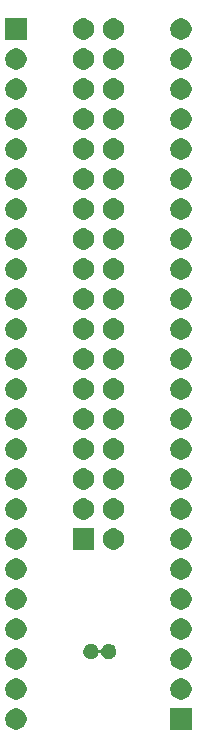
<source format=gbr>
G04 #@! TF.GenerationSoftware,KiCad,Pcbnew,(5.1.6)-1*
G04 #@! TF.CreationDate,2020-07-15T15:37:23+02:00*
G04 #@! TF.ProjectId,PCB_intermedia,5043425f-696e-4746-9572-6d656469612e,rev?*
G04 #@! TF.SameCoordinates,Original*
G04 #@! TF.FileFunction,Soldermask,Bot*
G04 #@! TF.FilePolarity,Negative*
%FSLAX46Y46*%
G04 Gerber Fmt 4.6, Leading zero omitted, Abs format (unit mm)*
G04 Created by KiCad (PCBNEW (5.1.6)-1) date 2020-07-15 15:37:23*
%MOMM*%
%LPD*%
G01*
G04 APERTURE LIST*
%ADD10C,0.100000*%
G04 APERTURE END LIST*
D10*
G36*
X114566000Y-132346000D02*
G01*
X112764000Y-132346000D01*
X112764000Y-130544000D01*
X114566000Y-130544000D01*
X114566000Y-132346000D01*
G37*
G36*
X99808512Y-130548927D02*
G01*
X99957812Y-130578624D01*
X100121784Y-130646544D01*
X100269354Y-130745147D01*
X100394853Y-130870646D01*
X100493456Y-131018216D01*
X100561376Y-131182188D01*
X100596000Y-131356259D01*
X100596000Y-131533741D01*
X100561376Y-131707812D01*
X100493456Y-131871784D01*
X100394853Y-132019354D01*
X100269354Y-132144853D01*
X100121784Y-132243456D01*
X99957812Y-132311376D01*
X99808512Y-132341073D01*
X99783742Y-132346000D01*
X99606258Y-132346000D01*
X99581488Y-132341073D01*
X99432188Y-132311376D01*
X99268216Y-132243456D01*
X99120646Y-132144853D01*
X98995147Y-132019354D01*
X98896544Y-131871784D01*
X98828624Y-131707812D01*
X98794000Y-131533741D01*
X98794000Y-131356259D01*
X98828624Y-131182188D01*
X98896544Y-131018216D01*
X98995147Y-130870646D01*
X99120646Y-130745147D01*
X99268216Y-130646544D01*
X99432188Y-130578624D01*
X99581488Y-130548927D01*
X99606258Y-130544000D01*
X99783742Y-130544000D01*
X99808512Y-130548927D01*
G37*
G36*
X99808512Y-128008927D02*
G01*
X99957812Y-128038624D01*
X100121784Y-128106544D01*
X100269354Y-128205147D01*
X100394853Y-128330646D01*
X100493456Y-128478216D01*
X100561376Y-128642188D01*
X100596000Y-128816259D01*
X100596000Y-128993741D01*
X100561376Y-129167812D01*
X100493456Y-129331784D01*
X100394853Y-129479354D01*
X100269354Y-129604853D01*
X100121784Y-129703456D01*
X99957812Y-129771376D01*
X99808512Y-129801073D01*
X99783742Y-129806000D01*
X99606258Y-129806000D01*
X99581488Y-129801073D01*
X99432188Y-129771376D01*
X99268216Y-129703456D01*
X99120646Y-129604853D01*
X98995147Y-129479354D01*
X98896544Y-129331784D01*
X98828624Y-129167812D01*
X98794000Y-128993741D01*
X98794000Y-128816259D01*
X98828624Y-128642188D01*
X98896544Y-128478216D01*
X98995147Y-128330646D01*
X99120646Y-128205147D01*
X99268216Y-128106544D01*
X99432188Y-128038624D01*
X99581488Y-128008927D01*
X99606258Y-128004000D01*
X99783742Y-128004000D01*
X99808512Y-128008927D01*
G37*
G36*
X113778512Y-128008927D02*
G01*
X113927812Y-128038624D01*
X114091784Y-128106544D01*
X114239354Y-128205147D01*
X114364853Y-128330646D01*
X114463456Y-128478216D01*
X114531376Y-128642188D01*
X114566000Y-128816259D01*
X114566000Y-128993741D01*
X114531376Y-129167812D01*
X114463456Y-129331784D01*
X114364853Y-129479354D01*
X114239354Y-129604853D01*
X114091784Y-129703456D01*
X113927812Y-129771376D01*
X113778512Y-129801073D01*
X113753742Y-129806000D01*
X113576258Y-129806000D01*
X113551488Y-129801073D01*
X113402188Y-129771376D01*
X113238216Y-129703456D01*
X113090646Y-129604853D01*
X112965147Y-129479354D01*
X112866544Y-129331784D01*
X112798624Y-129167812D01*
X112764000Y-128993741D01*
X112764000Y-128816259D01*
X112798624Y-128642188D01*
X112866544Y-128478216D01*
X112965147Y-128330646D01*
X113090646Y-128205147D01*
X113238216Y-128106544D01*
X113402188Y-128038624D01*
X113551488Y-128008927D01*
X113576258Y-128004000D01*
X113753742Y-128004000D01*
X113778512Y-128008927D01*
G37*
G36*
X99808512Y-125468927D02*
G01*
X99957812Y-125498624D01*
X100121784Y-125566544D01*
X100269354Y-125665147D01*
X100394853Y-125790646D01*
X100493456Y-125938216D01*
X100561376Y-126102188D01*
X100596000Y-126276259D01*
X100596000Y-126453741D01*
X100561376Y-126627812D01*
X100493456Y-126791784D01*
X100394853Y-126939354D01*
X100269354Y-127064853D01*
X100121784Y-127163456D01*
X99957812Y-127231376D01*
X99808512Y-127261073D01*
X99783742Y-127266000D01*
X99606258Y-127266000D01*
X99581488Y-127261073D01*
X99432188Y-127231376D01*
X99268216Y-127163456D01*
X99120646Y-127064853D01*
X98995147Y-126939354D01*
X98896544Y-126791784D01*
X98828624Y-126627812D01*
X98794000Y-126453741D01*
X98794000Y-126276259D01*
X98828624Y-126102188D01*
X98896544Y-125938216D01*
X98995147Y-125790646D01*
X99120646Y-125665147D01*
X99268216Y-125566544D01*
X99432188Y-125498624D01*
X99581488Y-125468927D01*
X99606258Y-125464000D01*
X99783742Y-125464000D01*
X99808512Y-125468927D01*
G37*
G36*
X113778512Y-125468927D02*
G01*
X113927812Y-125498624D01*
X114091784Y-125566544D01*
X114239354Y-125665147D01*
X114364853Y-125790646D01*
X114463456Y-125938216D01*
X114531376Y-126102188D01*
X114566000Y-126276259D01*
X114566000Y-126453741D01*
X114531376Y-126627812D01*
X114463456Y-126791784D01*
X114364853Y-126939354D01*
X114239354Y-127064853D01*
X114091784Y-127163456D01*
X113927812Y-127231376D01*
X113778512Y-127261073D01*
X113753742Y-127266000D01*
X113576258Y-127266000D01*
X113551488Y-127261073D01*
X113402188Y-127231376D01*
X113238216Y-127163456D01*
X113090646Y-127064853D01*
X112965147Y-126939354D01*
X112866544Y-126791784D01*
X112798624Y-126627812D01*
X112764000Y-126453741D01*
X112764000Y-126276259D01*
X112798624Y-126102188D01*
X112866544Y-125938216D01*
X112965147Y-125790646D01*
X113090646Y-125665147D01*
X113238216Y-125566544D01*
X113402188Y-125498624D01*
X113551488Y-125468927D01*
X113576258Y-125464000D01*
X113753742Y-125464000D01*
X113778512Y-125468927D01*
G37*
G36*
X106234890Y-125104017D02*
G01*
X106353364Y-125153091D01*
X106459988Y-125224335D01*
X106550665Y-125315012D01*
X106621910Y-125421638D01*
X106670983Y-125540111D01*
X106672403Y-125547249D01*
X106679516Y-125570698D01*
X106691067Y-125592309D01*
X106706612Y-125611251D01*
X106725554Y-125626797D01*
X106747164Y-125638348D01*
X106770613Y-125645461D01*
X106794999Y-125647863D01*
X106819385Y-125645461D01*
X106842834Y-125638348D01*
X106864445Y-125626797D01*
X106883387Y-125611252D01*
X106898933Y-125592310D01*
X106910484Y-125570700D01*
X106917597Y-125547249D01*
X106919017Y-125540111D01*
X106968090Y-125421638D01*
X107039335Y-125315012D01*
X107130012Y-125224335D01*
X107236636Y-125153091D01*
X107355110Y-125104017D01*
X107480881Y-125079000D01*
X107609119Y-125079000D01*
X107734890Y-125104017D01*
X107853364Y-125153091D01*
X107959988Y-125224335D01*
X108050665Y-125315012D01*
X108121910Y-125421638D01*
X108170983Y-125540110D01*
X108196000Y-125665881D01*
X108196000Y-125794119D01*
X108181366Y-125867690D01*
X108170983Y-125919890D01*
X108121909Y-126038364D01*
X108050665Y-126144988D01*
X107959988Y-126235665D01*
X107853364Y-126306909D01*
X107853363Y-126306910D01*
X107853362Y-126306910D01*
X107734890Y-126355983D01*
X107609119Y-126381000D01*
X107480881Y-126381000D01*
X107355110Y-126355983D01*
X107236638Y-126306910D01*
X107236637Y-126306910D01*
X107236636Y-126306909D01*
X107130012Y-126235665D01*
X107039335Y-126144988D01*
X106968091Y-126038364D01*
X106919017Y-125919890D01*
X106917597Y-125912751D01*
X106910484Y-125889302D01*
X106898933Y-125867691D01*
X106883388Y-125848749D01*
X106864446Y-125833203D01*
X106842836Y-125821652D01*
X106819387Y-125814539D01*
X106795001Y-125812137D01*
X106770615Y-125814539D01*
X106747166Y-125821652D01*
X106725555Y-125833203D01*
X106706613Y-125848748D01*
X106691067Y-125867690D01*
X106679516Y-125889300D01*
X106672403Y-125912751D01*
X106670983Y-125919890D01*
X106621909Y-126038364D01*
X106550665Y-126144988D01*
X106459988Y-126235665D01*
X106353364Y-126306909D01*
X106353363Y-126306910D01*
X106353362Y-126306910D01*
X106234890Y-126355983D01*
X106109119Y-126381000D01*
X105980881Y-126381000D01*
X105855110Y-126355983D01*
X105736638Y-126306910D01*
X105736637Y-126306910D01*
X105736636Y-126306909D01*
X105630012Y-126235665D01*
X105539335Y-126144988D01*
X105468091Y-126038364D01*
X105419017Y-125919890D01*
X105408634Y-125867690D01*
X105394000Y-125794119D01*
X105394000Y-125665881D01*
X105419017Y-125540110D01*
X105468090Y-125421638D01*
X105539335Y-125315012D01*
X105630012Y-125224335D01*
X105736636Y-125153091D01*
X105855110Y-125104017D01*
X105980881Y-125079000D01*
X106109119Y-125079000D01*
X106234890Y-125104017D01*
G37*
G36*
X99808512Y-122928927D02*
G01*
X99957812Y-122958624D01*
X100121784Y-123026544D01*
X100269354Y-123125147D01*
X100394853Y-123250646D01*
X100493456Y-123398216D01*
X100561376Y-123562188D01*
X100596000Y-123736259D01*
X100596000Y-123913741D01*
X100561376Y-124087812D01*
X100493456Y-124251784D01*
X100394853Y-124399354D01*
X100269354Y-124524853D01*
X100121784Y-124623456D01*
X99957812Y-124691376D01*
X99808512Y-124721073D01*
X99783742Y-124726000D01*
X99606258Y-124726000D01*
X99581488Y-124721073D01*
X99432188Y-124691376D01*
X99268216Y-124623456D01*
X99120646Y-124524853D01*
X98995147Y-124399354D01*
X98896544Y-124251784D01*
X98828624Y-124087812D01*
X98794000Y-123913741D01*
X98794000Y-123736259D01*
X98828624Y-123562188D01*
X98896544Y-123398216D01*
X98995147Y-123250646D01*
X99120646Y-123125147D01*
X99268216Y-123026544D01*
X99432188Y-122958624D01*
X99581488Y-122928927D01*
X99606258Y-122924000D01*
X99783742Y-122924000D01*
X99808512Y-122928927D01*
G37*
G36*
X113778512Y-122928927D02*
G01*
X113927812Y-122958624D01*
X114091784Y-123026544D01*
X114239354Y-123125147D01*
X114364853Y-123250646D01*
X114463456Y-123398216D01*
X114531376Y-123562188D01*
X114566000Y-123736259D01*
X114566000Y-123913741D01*
X114531376Y-124087812D01*
X114463456Y-124251784D01*
X114364853Y-124399354D01*
X114239354Y-124524853D01*
X114091784Y-124623456D01*
X113927812Y-124691376D01*
X113778512Y-124721073D01*
X113753742Y-124726000D01*
X113576258Y-124726000D01*
X113551488Y-124721073D01*
X113402188Y-124691376D01*
X113238216Y-124623456D01*
X113090646Y-124524853D01*
X112965147Y-124399354D01*
X112866544Y-124251784D01*
X112798624Y-124087812D01*
X112764000Y-123913741D01*
X112764000Y-123736259D01*
X112798624Y-123562188D01*
X112866544Y-123398216D01*
X112965147Y-123250646D01*
X113090646Y-123125147D01*
X113238216Y-123026544D01*
X113402188Y-122958624D01*
X113551488Y-122928927D01*
X113576258Y-122924000D01*
X113753742Y-122924000D01*
X113778512Y-122928927D01*
G37*
G36*
X99808512Y-120388927D02*
G01*
X99957812Y-120418624D01*
X100121784Y-120486544D01*
X100269354Y-120585147D01*
X100394853Y-120710646D01*
X100493456Y-120858216D01*
X100561376Y-121022188D01*
X100596000Y-121196259D01*
X100596000Y-121373741D01*
X100561376Y-121547812D01*
X100493456Y-121711784D01*
X100394853Y-121859354D01*
X100269354Y-121984853D01*
X100121784Y-122083456D01*
X99957812Y-122151376D01*
X99808512Y-122181073D01*
X99783742Y-122186000D01*
X99606258Y-122186000D01*
X99581488Y-122181073D01*
X99432188Y-122151376D01*
X99268216Y-122083456D01*
X99120646Y-121984853D01*
X98995147Y-121859354D01*
X98896544Y-121711784D01*
X98828624Y-121547812D01*
X98794000Y-121373741D01*
X98794000Y-121196259D01*
X98828624Y-121022188D01*
X98896544Y-120858216D01*
X98995147Y-120710646D01*
X99120646Y-120585147D01*
X99268216Y-120486544D01*
X99432188Y-120418624D01*
X99581488Y-120388927D01*
X99606258Y-120384000D01*
X99783742Y-120384000D01*
X99808512Y-120388927D01*
G37*
G36*
X113778512Y-120388927D02*
G01*
X113927812Y-120418624D01*
X114091784Y-120486544D01*
X114239354Y-120585147D01*
X114364853Y-120710646D01*
X114463456Y-120858216D01*
X114531376Y-121022188D01*
X114566000Y-121196259D01*
X114566000Y-121373741D01*
X114531376Y-121547812D01*
X114463456Y-121711784D01*
X114364853Y-121859354D01*
X114239354Y-121984853D01*
X114091784Y-122083456D01*
X113927812Y-122151376D01*
X113778512Y-122181073D01*
X113753742Y-122186000D01*
X113576258Y-122186000D01*
X113551488Y-122181073D01*
X113402188Y-122151376D01*
X113238216Y-122083456D01*
X113090646Y-121984853D01*
X112965147Y-121859354D01*
X112866544Y-121711784D01*
X112798624Y-121547812D01*
X112764000Y-121373741D01*
X112764000Y-121196259D01*
X112798624Y-121022188D01*
X112866544Y-120858216D01*
X112965147Y-120710646D01*
X113090646Y-120585147D01*
X113238216Y-120486544D01*
X113402188Y-120418624D01*
X113551488Y-120388927D01*
X113576258Y-120384000D01*
X113753742Y-120384000D01*
X113778512Y-120388927D01*
G37*
G36*
X99808512Y-117848927D02*
G01*
X99957812Y-117878624D01*
X100121784Y-117946544D01*
X100269354Y-118045147D01*
X100394853Y-118170646D01*
X100493456Y-118318216D01*
X100561376Y-118482188D01*
X100596000Y-118656259D01*
X100596000Y-118833741D01*
X100561376Y-119007812D01*
X100493456Y-119171784D01*
X100394853Y-119319354D01*
X100269354Y-119444853D01*
X100121784Y-119543456D01*
X99957812Y-119611376D01*
X99808512Y-119641073D01*
X99783742Y-119646000D01*
X99606258Y-119646000D01*
X99581488Y-119641073D01*
X99432188Y-119611376D01*
X99268216Y-119543456D01*
X99120646Y-119444853D01*
X98995147Y-119319354D01*
X98896544Y-119171784D01*
X98828624Y-119007812D01*
X98794000Y-118833741D01*
X98794000Y-118656259D01*
X98828624Y-118482188D01*
X98896544Y-118318216D01*
X98995147Y-118170646D01*
X99120646Y-118045147D01*
X99268216Y-117946544D01*
X99432188Y-117878624D01*
X99581488Y-117848927D01*
X99606258Y-117844000D01*
X99783742Y-117844000D01*
X99808512Y-117848927D01*
G37*
G36*
X113778512Y-117848927D02*
G01*
X113927812Y-117878624D01*
X114091784Y-117946544D01*
X114239354Y-118045147D01*
X114364853Y-118170646D01*
X114463456Y-118318216D01*
X114531376Y-118482188D01*
X114566000Y-118656259D01*
X114566000Y-118833741D01*
X114531376Y-119007812D01*
X114463456Y-119171784D01*
X114364853Y-119319354D01*
X114239354Y-119444853D01*
X114091784Y-119543456D01*
X113927812Y-119611376D01*
X113778512Y-119641073D01*
X113753742Y-119646000D01*
X113576258Y-119646000D01*
X113551488Y-119641073D01*
X113402188Y-119611376D01*
X113238216Y-119543456D01*
X113090646Y-119444853D01*
X112965147Y-119319354D01*
X112866544Y-119171784D01*
X112798624Y-119007812D01*
X112764000Y-118833741D01*
X112764000Y-118656259D01*
X112798624Y-118482188D01*
X112866544Y-118318216D01*
X112965147Y-118170646D01*
X113090646Y-118045147D01*
X113238216Y-117946544D01*
X113402188Y-117878624D01*
X113551488Y-117848927D01*
X113576258Y-117844000D01*
X113753742Y-117844000D01*
X113778512Y-117848927D01*
G37*
G36*
X99808512Y-115308927D02*
G01*
X99957812Y-115338624D01*
X100121784Y-115406544D01*
X100269354Y-115505147D01*
X100394853Y-115630646D01*
X100493456Y-115778216D01*
X100561376Y-115942188D01*
X100596000Y-116116259D01*
X100596000Y-116293741D01*
X100561376Y-116467812D01*
X100493456Y-116631784D01*
X100394853Y-116779354D01*
X100269354Y-116904853D01*
X100121784Y-117003456D01*
X99957812Y-117071376D01*
X99808512Y-117101073D01*
X99783742Y-117106000D01*
X99606258Y-117106000D01*
X99581488Y-117101073D01*
X99432188Y-117071376D01*
X99268216Y-117003456D01*
X99120646Y-116904853D01*
X98995147Y-116779354D01*
X98896544Y-116631784D01*
X98828624Y-116467812D01*
X98794000Y-116293741D01*
X98794000Y-116116259D01*
X98828624Y-115942188D01*
X98896544Y-115778216D01*
X98995147Y-115630646D01*
X99120646Y-115505147D01*
X99268216Y-115406544D01*
X99432188Y-115338624D01*
X99581488Y-115308927D01*
X99606258Y-115304000D01*
X99783742Y-115304000D01*
X99808512Y-115308927D01*
G37*
G36*
X113778512Y-115308927D02*
G01*
X113927812Y-115338624D01*
X114091784Y-115406544D01*
X114239354Y-115505147D01*
X114364853Y-115630646D01*
X114463456Y-115778216D01*
X114531376Y-115942188D01*
X114566000Y-116116259D01*
X114566000Y-116293741D01*
X114531376Y-116467812D01*
X114463456Y-116631784D01*
X114364853Y-116779354D01*
X114239354Y-116904853D01*
X114091784Y-117003456D01*
X113927812Y-117071376D01*
X113778512Y-117101073D01*
X113753742Y-117106000D01*
X113576258Y-117106000D01*
X113551488Y-117101073D01*
X113402188Y-117071376D01*
X113238216Y-117003456D01*
X113090646Y-116904853D01*
X112965147Y-116779354D01*
X112866544Y-116631784D01*
X112798624Y-116467812D01*
X112764000Y-116293741D01*
X112764000Y-116116259D01*
X112798624Y-115942188D01*
X112866544Y-115778216D01*
X112965147Y-115630646D01*
X113090646Y-115505147D01*
X113238216Y-115406544D01*
X113402188Y-115338624D01*
X113551488Y-115308927D01*
X113576258Y-115304000D01*
X113753742Y-115304000D01*
X113778512Y-115308927D01*
G37*
G36*
X106311000Y-117106000D02*
G01*
X104509000Y-117106000D01*
X104509000Y-115304000D01*
X106311000Y-115304000D01*
X106311000Y-117106000D01*
G37*
G36*
X108063512Y-115308927D02*
G01*
X108212812Y-115338624D01*
X108376784Y-115406544D01*
X108524354Y-115505147D01*
X108649853Y-115630646D01*
X108748456Y-115778216D01*
X108816376Y-115942188D01*
X108851000Y-116116259D01*
X108851000Y-116293741D01*
X108816376Y-116467812D01*
X108748456Y-116631784D01*
X108649853Y-116779354D01*
X108524354Y-116904853D01*
X108376784Y-117003456D01*
X108212812Y-117071376D01*
X108063512Y-117101073D01*
X108038742Y-117106000D01*
X107861258Y-117106000D01*
X107836488Y-117101073D01*
X107687188Y-117071376D01*
X107523216Y-117003456D01*
X107375646Y-116904853D01*
X107250147Y-116779354D01*
X107151544Y-116631784D01*
X107083624Y-116467812D01*
X107049000Y-116293741D01*
X107049000Y-116116259D01*
X107083624Y-115942188D01*
X107151544Y-115778216D01*
X107250147Y-115630646D01*
X107375646Y-115505147D01*
X107523216Y-115406544D01*
X107687188Y-115338624D01*
X107836488Y-115308927D01*
X107861258Y-115304000D01*
X108038742Y-115304000D01*
X108063512Y-115308927D01*
G37*
G36*
X108063512Y-112768927D02*
G01*
X108212812Y-112798624D01*
X108376784Y-112866544D01*
X108524354Y-112965147D01*
X108649853Y-113090646D01*
X108748456Y-113238216D01*
X108816376Y-113402188D01*
X108851000Y-113576259D01*
X108851000Y-113753741D01*
X108816376Y-113927812D01*
X108748456Y-114091784D01*
X108649853Y-114239354D01*
X108524354Y-114364853D01*
X108376784Y-114463456D01*
X108212812Y-114531376D01*
X108063512Y-114561073D01*
X108038742Y-114566000D01*
X107861258Y-114566000D01*
X107836488Y-114561073D01*
X107687188Y-114531376D01*
X107523216Y-114463456D01*
X107375646Y-114364853D01*
X107250147Y-114239354D01*
X107151544Y-114091784D01*
X107083624Y-113927812D01*
X107049000Y-113753741D01*
X107049000Y-113576259D01*
X107083624Y-113402188D01*
X107151544Y-113238216D01*
X107250147Y-113090646D01*
X107375646Y-112965147D01*
X107523216Y-112866544D01*
X107687188Y-112798624D01*
X107836488Y-112768927D01*
X107861258Y-112764000D01*
X108038742Y-112764000D01*
X108063512Y-112768927D01*
G37*
G36*
X99808512Y-112768927D02*
G01*
X99957812Y-112798624D01*
X100121784Y-112866544D01*
X100269354Y-112965147D01*
X100394853Y-113090646D01*
X100493456Y-113238216D01*
X100561376Y-113402188D01*
X100596000Y-113576259D01*
X100596000Y-113753741D01*
X100561376Y-113927812D01*
X100493456Y-114091784D01*
X100394853Y-114239354D01*
X100269354Y-114364853D01*
X100121784Y-114463456D01*
X99957812Y-114531376D01*
X99808512Y-114561073D01*
X99783742Y-114566000D01*
X99606258Y-114566000D01*
X99581488Y-114561073D01*
X99432188Y-114531376D01*
X99268216Y-114463456D01*
X99120646Y-114364853D01*
X98995147Y-114239354D01*
X98896544Y-114091784D01*
X98828624Y-113927812D01*
X98794000Y-113753741D01*
X98794000Y-113576259D01*
X98828624Y-113402188D01*
X98896544Y-113238216D01*
X98995147Y-113090646D01*
X99120646Y-112965147D01*
X99268216Y-112866544D01*
X99432188Y-112798624D01*
X99581488Y-112768927D01*
X99606258Y-112764000D01*
X99783742Y-112764000D01*
X99808512Y-112768927D01*
G37*
G36*
X105523512Y-112768927D02*
G01*
X105672812Y-112798624D01*
X105836784Y-112866544D01*
X105984354Y-112965147D01*
X106109853Y-113090646D01*
X106208456Y-113238216D01*
X106276376Y-113402188D01*
X106311000Y-113576259D01*
X106311000Y-113753741D01*
X106276376Y-113927812D01*
X106208456Y-114091784D01*
X106109853Y-114239354D01*
X105984354Y-114364853D01*
X105836784Y-114463456D01*
X105672812Y-114531376D01*
X105523512Y-114561073D01*
X105498742Y-114566000D01*
X105321258Y-114566000D01*
X105296488Y-114561073D01*
X105147188Y-114531376D01*
X104983216Y-114463456D01*
X104835646Y-114364853D01*
X104710147Y-114239354D01*
X104611544Y-114091784D01*
X104543624Y-113927812D01*
X104509000Y-113753741D01*
X104509000Y-113576259D01*
X104543624Y-113402188D01*
X104611544Y-113238216D01*
X104710147Y-113090646D01*
X104835646Y-112965147D01*
X104983216Y-112866544D01*
X105147188Y-112798624D01*
X105296488Y-112768927D01*
X105321258Y-112764000D01*
X105498742Y-112764000D01*
X105523512Y-112768927D01*
G37*
G36*
X113778512Y-112768927D02*
G01*
X113927812Y-112798624D01*
X114091784Y-112866544D01*
X114239354Y-112965147D01*
X114364853Y-113090646D01*
X114463456Y-113238216D01*
X114531376Y-113402188D01*
X114566000Y-113576259D01*
X114566000Y-113753741D01*
X114531376Y-113927812D01*
X114463456Y-114091784D01*
X114364853Y-114239354D01*
X114239354Y-114364853D01*
X114091784Y-114463456D01*
X113927812Y-114531376D01*
X113778512Y-114561073D01*
X113753742Y-114566000D01*
X113576258Y-114566000D01*
X113551488Y-114561073D01*
X113402188Y-114531376D01*
X113238216Y-114463456D01*
X113090646Y-114364853D01*
X112965147Y-114239354D01*
X112866544Y-114091784D01*
X112798624Y-113927812D01*
X112764000Y-113753741D01*
X112764000Y-113576259D01*
X112798624Y-113402188D01*
X112866544Y-113238216D01*
X112965147Y-113090646D01*
X113090646Y-112965147D01*
X113238216Y-112866544D01*
X113402188Y-112798624D01*
X113551488Y-112768927D01*
X113576258Y-112764000D01*
X113753742Y-112764000D01*
X113778512Y-112768927D01*
G37*
G36*
X105523512Y-110228927D02*
G01*
X105672812Y-110258624D01*
X105836784Y-110326544D01*
X105984354Y-110425147D01*
X106109853Y-110550646D01*
X106208456Y-110698216D01*
X106276376Y-110862188D01*
X106311000Y-111036259D01*
X106311000Y-111213741D01*
X106276376Y-111387812D01*
X106208456Y-111551784D01*
X106109853Y-111699354D01*
X105984354Y-111824853D01*
X105836784Y-111923456D01*
X105672812Y-111991376D01*
X105523512Y-112021073D01*
X105498742Y-112026000D01*
X105321258Y-112026000D01*
X105296488Y-112021073D01*
X105147188Y-111991376D01*
X104983216Y-111923456D01*
X104835646Y-111824853D01*
X104710147Y-111699354D01*
X104611544Y-111551784D01*
X104543624Y-111387812D01*
X104509000Y-111213741D01*
X104509000Y-111036259D01*
X104543624Y-110862188D01*
X104611544Y-110698216D01*
X104710147Y-110550646D01*
X104835646Y-110425147D01*
X104983216Y-110326544D01*
X105147188Y-110258624D01*
X105296488Y-110228927D01*
X105321258Y-110224000D01*
X105498742Y-110224000D01*
X105523512Y-110228927D01*
G37*
G36*
X99808512Y-110228927D02*
G01*
X99957812Y-110258624D01*
X100121784Y-110326544D01*
X100269354Y-110425147D01*
X100394853Y-110550646D01*
X100493456Y-110698216D01*
X100561376Y-110862188D01*
X100596000Y-111036259D01*
X100596000Y-111213741D01*
X100561376Y-111387812D01*
X100493456Y-111551784D01*
X100394853Y-111699354D01*
X100269354Y-111824853D01*
X100121784Y-111923456D01*
X99957812Y-111991376D01*
X99808512Y-112021073D01*
X99783742Y-112026000D01*
X99606258Y-112026000D01*
X99581488Y-112021073D01*
X99432188Y-111991376D01*
X99268216Y-111923456D01*
X99120646Y-111824853D01*
X98995147Y-111699354D01*
X98896544Y-111551784D01*
X98828624Y-111387812D01*
X98794000Y-111213741D01*
X98794000Y-111036259D01*
X98828624Y-110862188D01*
X98896544Y-110698216D01*
X98995147Y-110550646D01*
X99120646Y-110425147D01*
X99268216Y-110326544D01*
X99432188Y-110258624D01*
X99581488Y-110228927D01*
X99606258Y-110224000D01*
X99783742Y-110224000D01*
X99808512Y-110228927D01*
G37*
G36*
X113778512Y-110228927D02*
G01*
X113927812Y-110258624D01*
X114091784Y-110326544D01*
X114239354Y-110425147D01*
X114364853Y-110550646D01*
X114463456Y-110698216D01*
X114531376Y-110862188D01*
X114566000Y-111036259D01*
X114566000Y-111213741D01*
X114531376Y-111387812D01*
X114463456Y-111551784D01*
X114364853Y-111699354D01*
X114239354Y-111824853D01*
X114091784Y-111923456D01*
X113927812Y-111991376D01*
X113778512Y-112021073D01*
X113753742Y-112026000D01*
X113576258Y-112026000D01*
X113551488Y-112021073D01*
X113402188Y-111991376D01*
X113238216Y-111923456D01*
X113090646Y-111824853D01*
X112965147Y-111699354D01*
X112866544Y-111551784D01*
X112798624Y-111387812D01*
X112764000Y-111213741D01*
X112764000Y-111036259D01*
X112798624Y-110862188D01*
X112866544Y-110698216D01*
X112965147Y-110550646D01*
X113090646Y-110425147D01*
X113238216Y-110326544D01*
X113402188Y-110258624D01*
X113551488Y-110228927D01*
X113576258Y-110224000D01*
X113753742Y-110224000D01*
X113778512Y-110228927D01*
G37*
G36*
X108063512Y-110228927D02*
G01*
X108212812Y-110258624D01*
X108376784Y-110326544D01*
X108524354Y-110425147D01*
X108649853Y-110550646D01*
X108748456Y-110698216D01*
X108816376Y-110862188D01*
X108851000Y-111036259D01*
X108851000Y-111213741D01*
X108816376Y-111387812D01*
X108748456Y-111551784D01*
X108649853Y-111699354D01*
X108524354Y-111824853D01*
X108376784Y-111923456D01*
X108212812Y-111991376D01*
X108063512Y-112021073D01*
X108038742Y-112026000D01*
X107861258Y-112026000D01*
X107836488Y-112021073D01*
X107687188Y-111991376D01*
X107523216Y-111923456D01*
X107375646Y-111824853D01*
X107250147Y-111699354D01*
X107151544Y-111551784D01*
X107083624Y-111387812D01*
X107049000Y-111213741D01*
X107049000Y-111036259D01*
X107083624Y-110862188D01*
X107151544Y-110698216D01*
X107250147Y-110550646D01*
X107375646Y-110425147D01*
X107523216Y-110326544D01*
X107687188Y-110258624D01*
X107836488Y-110228927D01*
X107861258Y-110224000D01*
X108038742Y-110224000D01*
X108063512Y-110228927D01*
G37*
G36*
X99808512Y-107688927D02*
G01*
X99957812Y-107718624D01*
X100121784Y-107786544D01*
X100269354Y-107885147D01*
X100394853Y-108010646D01*
X100493456Y-108158216D01*
X100561376Y-108322188D01*
X100596000Y-108496259D01*
X100596000Y-108673741D01*
X100561376Y-108847812D01*
X100493456Y-109011784D01*
X100394853Y-109159354D01*
X100269354Y-109284853D01*
X100121784Y-109383456D01*
X99957812Y-109451376D01*
X99808512Y-109481073D01*
X99783742Y-109486000D01*
X99606258Y-109486000D01*
X99581488Y-109481073D01*
X99432188Y-109451376D01*
X99268216Y-109383456D01*
X99120646Y-109284853D01*
X98995147Y-109159354D01*
X98896544Y-109011784D01*
X98828624Y-108847812D01*
X98794000Y-108673741D01*
X98794000Y-108496259D01*
X98828624Y-108322188D01*
X98896544Y-108158216D01*
X98995147Y-108010646D01*
X99120646Y-107885147D01*
X99268216Y-107786544D01*
X99432188Y-107718624D01*
X99581488Y-107688927D01*
X99606258Y-107684000D01*
X99783742Y-107684000D01*
X99808512Y-107688927D01*
G37*
G36*
X105523512Y-107688927D02*
G01*
X105672812Y-107718624D01*
X105836784Y-107786544D01*
X105984354Y-107885147D01*
X106109853Y-108010646D01*
X106208456Y-108158216D01*
X106276376Y-108322188D01*
X106311000Y-108496259D01*
X106311000Y-108673741D01*
X106276376Y-108847812D01*
X106208456Y-109011784D01*
X106109853Y-109159354D01*
X105984354Y-109284853D01*
X105836784Y-109383456D01*
X105672812Y-109451376D01*
X105523512Y-109481073D01*
X105498742Y-109486000D01*
X105321258Y-109486000D01*
X105296488Y-109481073D01*
X105147188Y-109451376D01*
X104983216Y-109383456D01*
X104835646Y-109284853D01*
X104710147Y-109159354D01*
X104611544Y-109011784D01*
X104543624Y-108847812D01*
X104509000Y-108673741D01*
X104509000Y-108496259D01*
X104543624Y-108322188D01*
X104611544Y-108158216D01*
X104710147Y-108010646D01*
X104835646Y-107885147D01*
X104983216Y-107786544D01*
X105147188Y-107718624D01*
X105296488Y-107688927D01*
X105321258Y-107684000D01*
X105498742Y-107684000D01*
X105523512Y-107688927D01*
G37*
G36*
X108063512Y-107688927D02*
G01*
X108212812Y-107718624D01*
X108376784Y-107786544D01*
X108524354Y-107885147D01*
X108649853Y-108010646D01*
X108748456Y-108158216D01*
X108816376Y-108322188D01*
X108851000Y-108496259D01*
X108851000Y-108673741D01*
X108816376Y-108847812D01*
X108748456Y-109011784D01*
X108649853Y-109159354D01*
X108524354Y-109284853D01*
X108376784Y-109383456D01*
X108212812Y-109451376D01*
X108063512Y-109481073D01*
X108038742Y-109486000D01*
X107861258Y-109486000D01*
X107836488Y-109481073D01*
X107687188Y-109451376D01*
X107523216Y-109383456D01*
X107375646Y-109284853D01*
X107250147Y-109159354D01*
X107151544Y-109011784D01*
X107083624Y-108847812D01*
X107049000Y-108673741D01*
X107049000Y-108496259D01*
X107083624Y-108322188D01*
X107151544Y-108158216D01*
X107250147Y-108010646D01*
X107375646Y-107885147D01*
X107523216Y-107786544D01*
X107687188Y-107718624D01*
X107836488Y-107688927D01*
X107861258Y-107684000D01*
X108038742Y-107684000D01*
X108063512Y-107688927D01*
G37*
G36*
X113778512Y-107688927D02*
G01*
X113927812Y-107718624D01*
X114091784Y-107786544D01*
X114239354Y-107885147D01*
X114364853Y-108010646D01*
X114463456Y-108158216D01*
X114531376Y-108322188D01*
X114566000Y-108496259D01*
X114566000Y-108673741D01*
X114531376Y-108847812D01*
X114463456Y-109011784D01*
X114364853Y-109159354D01*
X114239354Y-109284853D01*
X114091784Y-109383456D01*
X113927812Y-109451376D01*
X113778512Y-109481073D01*
X113753742Y-109486000D01*
X113576258Y-109486000D01*
X113551488Y-109481073D01*
X113402188Y-109451376D01*
X113238216Y-109383456D01*
X113090646Y-109284853D01*
X112965147Y-109159354D01*
X112866544Y-109011784D01*
X112798624Y-108847812D01*
X112764000Y-108673741D01*
X112764000Y-108496259D01*
X112798624Y-108322188D01*
X112866544Y-108158216D01*
X112965147Y-108010646D01*
X113090646Y-107885147D01*
X113238216Y-107786544D01*
X113402188Y-107718624D01*
X113551488Y-107688927D01*
X113576258Y-107684000D01*
X113753742Y-107684000D01*
X113778512Y-107688927D01*
G37*
G36*
X113778512Y-105148927D02*
G01*
X113927812Y-105178624D01*
X114091784Y-105246544D01*
X114239354Y-105345147D01*
X114364853Y-105470646D01*
X114463456Y-105618216D01*
X114531376Y-105782188D01*
X114566000Y-105956259D01*
X114566000Y-106133741D01*
X114531376Y-106307812D01*
X114463456Y-106471784D01*
X114364853Y-106619354D01*
X114239354Y-106744853D01*
X114091784Y-106843456D01*
X113927812Y-106911376D01*
X113778512Y-106941073D01*
X113753742Y-106946000D01*
X113576258Y-106946000D01*
X113551488Y-106941073D01*
X113402188Y-106911376D01*
X113238216Y-106843456D01*
X113090646Y-106744853D01*
X112965147Y-106619354D01*
X112866544Y-106471784D01*
X112798624Y-106307812D01*
X112764000Y-106133741D01*
X112764000Y-105956259D01*
X112798624Y-105782188D01*
X112866544Y-105618216D01*
X112965147Y-105470646D01*
X113090646Y-105345147D01*
X113238216Y-105246544D01*
X113402188Y-105178624D01*
X113551488Y-105148927D01*
X113576258Y-105144000D01*
X113753742Y-105144000D01*
X113778512Y-105148927D01*
G37*
G36*
X105523512Y-105148927D02*
G01*
X105672812Y-105178624D01*
X105836784Y-105246544D01*
X105984354Y-105345147D01*
X106109853Y-105470646D01*
X106208456Y-105618216D01*
X106276376Y-105782188D01*
X106311000Y-105956259D01*
X106311000Y-106133741D01*
X106276376Y-106307812D01*
X106208456Y-106471784D01*
X106109853Y-106619354D01*
X105984354Y-106744853D01*
X105836784Y-106843456D01*
X105672812Y-106911376D01*
X105523512Y-106941073D01*
X105498742Y-106946000D01*
X105321258Y-106946000D01*
X105296488Y-106941073D01*
X105147188Y-106911376D01*
X104983216Y-106843456D01*
X104835646Y-106744853D01*
X104710147Y-106619354D01*
X104611544Y-106471784D01*
X104543624Y-106307812D01*
X104509000Y-106133741D01*
X104509000Y-105956259D01*
X104543624Y-105782188D01*
X104611544Y-105618216D01*
X104710147Y-105470646D01*
X104835646Y-105345147D01*
X104983216Y-105246544D01*
X105147188Y-105178624D01*
X105296488Y-105148927D01*
X105321258Y-105144000D01*
X105498742Y-105144000D01*
X105523512Y-105148927D01*
G37*
G36*
X99808512Y-105148927D02*
G01*
X99957812Y-105178624D01*
X100121784Y-105246544D01*
X100269354Y-105345147D01*
X100394853Y-105470646D01*
X100493456Y-105618216D01*
X100561376Y-105782188D01*
X100596000Y-105956259D01*
X100596000Y-106133741D01*
X100561376Y-106307812D01*
X100493456Y-106471784D01*
X100394853Y-106619354D01*
X100269354Y-106744853D01*
X100121784Y-106843456D01*
X99957812Y-106911376D01*
X99808512Y-106941073D01*
X99783742Y-106946000D01*
X99606258Y-106946000D01*
X99581488Y-106941073D01*
X99432188Y-106911376D01*
X99268216Y-106843456D01*
X99120646Y-106744853D01*
X98995147Y-106619354D01*
X98896544Y-106471784D01*
X98828624Y-106307812D01*
X98794000Y-106133741D01*
X98794000Y-105956259D01*
X98828624Y-105782188D01*
X98896544Y-105618216D01*
X98995147Y-105470646D01*
X99120646Y-105345147D01*
X99268216Y-105246544D01*
X99432188Y-105178624D01*
X99581488Y-105148927D01*
X99606258Y-105144000D01*
X99783742Y-105144000D01*
X99808512Y-105148927D01*
G37*
G36*
X108063512Y-105148927D02*
G01*
X108212812Y-105178624D01*
X108376784Y-105246544D01*
X108524354Y-105345147D01*
X108649853Y-105470646D01*
X108748456Y-105618216D01*
X108816376Y-105782188D01*
X108851000Y-105956259D01*
X108851000Y-106133741D01*
X108816376Y-106307812D01*
X108748456Y-106471784D01*
X108649853Y-106619354D01*
X108524354Y-106744853D01*
X108376784Y-106843456D01*
X108212812Y-106911376D01*
X108063512Y-106941073D01*
X108038742Y-106946000D01*
X107861258Y-106946000D01*
X107836488Y-106941073D01*
X107687188Y-106911376D01*
X107523216Y-106843456D01*
X107375646Y-106744853D01*
X107250147Y-106619354D01*
X107151544Y-106471784D01*
X107083624Y-106307812D01*
X107049000Y-106133741D01*
X107049000Y-105956259D01*
X107083624Y-105782188D01*
X107151544Y-105618216D01*
X107250147Y-105470646D01*
X107375646Y-105345147D01*
X107523216Y-105246544D01*
X107687188Y-105178624D01*
X107836488Y-105148927D01*
X107861258Y-105144000D01*
X108038742Y-105144000D01*
X108063512Y-105148927D01*
G37*
G36*
X105523512Y-102608927D02*
G01*
X105672812Y-102638624D01*
X105836784Y-102706544D01*
X105984354Y-102805147D01*
X106109853Y-102930646D01*
X106208456Y-103078216D01*
X106276376Y-103242188D01*
X106311000Y-103416259D01*
X106311000Y-103593741D01*
X106276376Y-103767812D01*
X106208456Y-103931784D01*
X106109853Y-104079354D01*
X105984354Y-104204853D01*
X105836784Y-104303456D01*
X105672812Y-104371376D01*
X105523512Y-104401073D01*
X105498742Y-104406000D01*
X105321258Y-104406000D01*
X105296488Y-104401073D01*
X105147188Y-104371376D01*
X104983216Y-104303456D01*
X104835646Y-104204853D01*
X104710147Y-104079354D01*
X104611544Y-103931784D01*
X104543624Y-103767812D01*
X104509000Y-103593741D01*
X104509000Y-103416259D01*
X104543624Y-103242188D01*
X104611544Y-103078216D01*
X104710147Y-102930646D01*
X104835646Y-102805147D01*
X104983216Y-102706544D01*
X105147188Y-102638624D01*
X105296488Y-102608927D01*
X105321258Y-102604000D01*
X105498742Y-102604000D01*
X105523512Y-102608927D01*
G37*
G36*
X108063512Y-102608927D02*
G01*
X108212812Y-102638624D01*
X108376784Y-102706544D01*
X108524354Y-102805147D01*
X108649853Y-102930646D01*
X108748456Y-103078216D01*
X108816376Y-103242188D01*
X108851000Y-103416259D01*
X108851000Y-103593741D01*
X108816376Y-103767812D01*
X108748456Y-103931784D01*
X108649853Y-104079354D01*
X108524354Y-104204853D01*
X108376784Y-104303456D01*
X108212812Y-104371376D01*
X108063512Y-104401073D01*
X108038742Y-104406000D01*
X107861258Y-104406000D01*
X107836488Y-104401073D01*
X107687188Y-104371376D01*
X107523216Y-104303456D01*
X107375646Y-104204853D01*
X107250147Y-104079354D01*
X107151544Y-103931784D01*
X107083624Y-103767812D01*
X107049000Y-103593741D01*
X107049000Y-103416259D01*
X107083624Y-103242188D01*
X107151544Y-103078216D01*
X107250147Y-102930646D01*
X107375646Y-102805147D01*
X107523216Y-102706544D01*
X107687188Y-102638624D01*
X107836488Y-102608927D01*
X107861258Y-102604000D01*
X108038742Y-102604000D01*
X108063512Y-102608927D01*
G37*
G36*
X99808512Y-102608927D02*
G01*
X99957812Y-102638624D01*
X100121784Y-102706544D01*
X100269354Y-102805147D01*
X100394853Y-102930646D01*
X100493456Y-103078216D01*
X100561376Y-103242188D01*
X100596000Y-103416259D01*
X100596000Y-103593741D01*
X100561376Y-103767812D01*
X100493456Y-103931784D01*
X100394853Y-104079354D01*
X100269354Y-104204853D01*
X100121784Y-104303456D01*
X99957812Y-104371376D01*
X99808512Y-104401073D01*
X99783742Y-104406000D01*
X99606258Y-104406000D01*
X99581488Y-104401073D01*
X99432188Y-104371376D01*
X99268216Y-104303456D01*
X99120646Y-104204853D01*
X98995147Y-104079354D01*
X98896544Y-103931784D01*
X98828624Y-103767812D01*
X98794000Y-103593741D01*
X98794000Y-103416259D01*
X98828624Y-103242188D01*
X98896544Y-103078216D01*
X98995147Y-102930646D01*
X99120646Y-102805147D01*
X99268216Y-102706544D01*
X99432188Y-102638624D01*
X99581488Y-102608927D01*
X99606258Y-102604000D01*
X99783742Y-102604000D01*
X99808512Y-102608927D01*
G37*
G36*
X113778512Y-102608927D02*
G01*
X113927812Y-102638624D01*
X114091784Y-102706544D01*
X114239354Y-102805147D01*
X114364853Y-102930646D01*
X114463456Y-103078216D01*
X114531376Y-103242188D01*
X114566000Y-103416259D01*
X114566000Y-103593741D01*
X114531376Y-103767812D01*
X114463456Y-103931784D01*
X114364853Y-104079354D01*
X114239354Y-104204853D01*
X114091784Y-104303456D01*
X113927812Y-104371376D01*
X113778512Y-104401073D01*
X113753742Y-104406000D01*
X113576258Y-104406000D01*
X113551488Y-104401073D01*
X113402188Y-104371376D01*
X113238216Y-104303456D01*
X113090646Y-104204853D01*
X112965147Y-104079354D01*
X112866544Y-103931784D01*
X112798624Y-103767812D01*
X112764000Y-103593741D01*
X112764000Y-103416259D01*
X112798624Y-103242188D01*
X112866544Y-103078216D01*
X112965147Y-102930646D01*
X113090646Y-102805147D01*
X113238216Y-102706544D01*
X113402188Y-102638624D01*
X113551488Y-102608927D01*
X113576258Y-102604000D01*
X113753742Y-102604000D01*
X113778512Y-102608927D01*
G37*
G36*
X105523512Y-100068927D02*
G01*
X105672812Y-100098624D01*
X105836784Y-100166544D01*
X105984354Y-100265147D01*
X106109853Y-100390646D01*
X106208456Y-100538216D01*
X106276376Y-100702188D01*
X106311000Y-100876259D01*
X106311000Y-101053741D01*
X106276376Y-101227812D01*
X106208456Y-101391784D01*
X106109853Y-101539354D01*
X105984354Y-101664853D01*
X105836784Y-101763456D01*
X105672812Y-101831376D01*
X105523512Y-101861073D01*
X105498742Y-101866000D01*
X105321258Y-101866000D01*
X105296488Y-101861073D01*
X105147188Y-101831376D01*
X104983216Y-101763456D01*
X104835646Y-101664853D01*
X104710147Y-101539354D01*
X104611544Y-101391784D01*
X104543624Y-101227812D01*
X104509000Y-101053741D01*
X104509000Y-100876259D01*
X104543624Y-100702188D01*
X104611544Y-100538216D01*
X104710147Y-100390646D01*
X104835646Y-100265147D01*
X104983216Y-100166544D01*
X105147188Y-100098624D01*
X105296488Y-100068927D01*
X105321258Y-100064000D01*
X105498742Y-100064000D01*
X105523512Y-100068927D01*
G37*
G36*
X108063512Y-100068927D02*
G01*
X108212812Y-100098624D01*
X108376784Y-100166544D01*
X108524354Y-100265147D01*
X108649853Y-100390646D01*
X108748456Y-100538216D01*
X108816376Y-100702188D01*
X108851000Y-100876259D01*
X108851000Y-101053741D01*
X108816376Y-101227812D01*
X108748456Y-101391784D01*
X108649853Y-101539354D01*
X108524354Y-101664853D01*
X108376784Y-101763456D01*
X108212812Y-101831376D01*
X108063512Y-101861073D01*
X108038742Y-101866000D01*
X107861258Y-101866000D01*
X107836488Y-101861073D01*
X107687188Y-101831376D01*
X107523216Y-101763456D01*
X107375646Y-101664853D01*
X107250147Y-101539354D01*
X107151544Y-101391784D01*
X107083624Y-101227812D01*
X107049000Y-101053741D01*
X107049000Y-100876259D01*
X107083624Y-100702188D01*
X107151544Y-100538216D01*
X107250147Y-100390646D01*
X107375646Y-100265147D01*
X107523216Y-100166544D01*
X107687188Y-100098624D01*
X107836488Y-100068927D01*
X107861258Y-100064000D01*
X108038742Y-100064000D01*
X108063512Y-100068927D01*
G37*
G36*
X99808512Y-100068927D02*
G01*
X99957812Y-100098624D01*
X100121784Y-100166544D01*
X100269354Y-100265147D01*
X100394853Y-100390646D01*
X100493456Y-100538216D01*
X100561376Y-100702188D01*
X100596000Y-100876259D01*
X100596000Y-101053741D01*
X100561376Y-101227812D01*
X100493456Y-101391784D01*
X100394853Y-101539354D01*
X100269354Y-101664853D01*
X100121784Y-101763456D01*
X99957812Y-101831376D01*
X99808512Y-101861073D01*
X99783742Y-101866000D01*
X99606258Y-101866000D01*
X99581488Y-101861073D01*
X99432188Y-101831376D01*
X99268216Y-101763456D01*
X99120646Y-101664853D01*
X98995147Y-101539354D01*
X98896544Y-101391784D01*
X98828624Y-101227812D01*
X98794000Y-101053741D01*
X98794000Y-100876259D01*
X98828624Y-100702188D01*
X98896544Y-100538216D01*
X98995147Y-100390646D01*
X99120646Y-100265147D01*
X99268216Y-100166544D01*
X99432188Y-100098624D01*
X99581488Y-100068927D01*
X99606258Y-100064000D01*
X99783742Y-100064000D01*
X99808512Y-100068927D01*
G37*
G36*
X113778512Y-100068927D02*
G01*
X113927812Y-100098624D01*
X114091784Y-100166544D01*
X114239354Y-100265147D01*
X114364853Y-100390646D01*
X114463456Y-100538216D01*
X114531376Y-100702188D01*
X114566000Y-100876259D01*
X114566000Y-101053741D01*
X114531376Y-101227812D01*
X114463456Y-101391784D01*
X114364853Y-101539354D01*
X114239354Y-101664853D01*
X114091784Y-101763456D01*
X113927812Y-101831376D01*
X113778512Y-101861073D01*
X113753742Y-101866000D01*
X113576258Y-101866000D01*
X113551488Y-101861073D01*
X113402188Y-101831376D01*
X113238216Y-101763456D01*
X113090646Y-101664853D01*
X112965147Y-101539354D01*
X112866544Y-101391784D01*
X112798624Y-101227812D01*
X112764000Y-101053741D01*
X112764000Y-100876259D01*
X112798624Y-100702188D01*
X112866544Y-100538216D01*
X112965147Y-100390646D01*
X113090646Y-100265147D01*
X113238216Y-100166544D01*
X113402188Y-100098624D01*
X113551488Y-100068927D01*
X113576258Y-100064000D01*
X113753742Y-100064000D01*
X113778512Y-100068927D01*
G37*
G36*
X105523512Y-97528927D02*
G01*
X105672812Y-97558624D01*
X105836784Y-97626544D01*
X105984354Y-97725147D01*
X106109853Y-97850646D01*
X106208456Y-97998216D01*
X106276376Y-98162188D01*
X106311000Y-98336259D01*
X106311000Y-98513741D01*
X106276376Y-98687812D01*
X106208456Y-98851784D01*
X106109853Y-98999354D01*
X105984354Y-99124853D01*
X105836784Y-99223456D01*
X105672812Y-99291376D01*
X105523512Y-99321073D01*
X105498742Y-99326000D01*
X105321258Y-99326000D01*
X105296488Y-99321073D01*
X105147188Y-99291376D01*
X104983216Y-99223456D01*
X104835646Y-99124853D01*
X104710147Y-98999354D01*
X104611544Y-98851784D01*
X104543624Y-98687812D01*
X104509000Y-98513741D01*
X104509000Y-98336259D01*
X104543624Y-98162188D01*
X104611544Y-97998216D01*
X104710147Y-97850646D01*
X104835646Y-97725147D01*
X104983216Y-97626544D01*
X105147188Y-97558624D01*
X105296488Y-97528927D01*
X105321258Y-97524000D01*
X105498742Y-97524000D01*
X105523512Y-97528927D01*
G37*
G36*
X113778512Y-97528927D02*
G01*
X113927812Y-97558624D01*
X114091784Y-97626544D01*
X114239354Y-97725147D01*
X114364853Y-97850646D01*
X114463456Y-97998216D01*
X114531376Y-98162188D01*
X114566000Y-98336259D01*
X114566000Y-98513741D01*
X114531376Y-98687812D01*
X114463456Y-98851784D01*
X114364853Y-98999354D01*
X114239354Y-99124853D01*
X114091784Y-99223456D01*
X113927812Y-99291376D01*
X113778512Y-99321073D01*
X113753742Y-99326000D01*
X113576258Y-99326000D01*
X113551488Y-99321073D01*
X113402188Y-99291376D01*
X113238216Y-99223456D01*
X113090646Y-99124853D01*
X112965147Y-98999354D01*
X112866544Y-98851784D01*
X112798624Y-98687812D01*
X112764000Y-98513741D01*
X112764000Y-98336259D01*
X112798624Y-98162188D01*
X112866544Y-97998216D01*
X112965147Y-97850646D01*
X113090646Y-97725147D01*
X113238216Y-97626544D01*
X113402188Y-97558624D01*
X113551488Y-97528927D01*
X113576258Y-97524000D01*
X113753742Y-97524000D01*
X113778512Y-97528927D01*
G37*
G36*
X99808512Y-97528927D02*
G01*
X99957812Y-97558624D01*
X100121784Y-97626544D01*
X100269354Y-97725147D01*
X100394853Y-97850646D01*
X100493456Y-97998216D01*
X100561376Y-98162188D01*
X100596000Y-98336259D01*
X100596000Y-98513741D01*
X100561376Y-98687812D01*
X100493456Y-98851784D01*
X100394853Y-98999354D01*
X100269354Y-99124853D01*
X100121784Y-99223456D01*
X99957812Y-99291376D01*
X99808512Y-99321073D01*
X99783742Y-99326000D01*
X99606258Y-99326000D01*
X99581488Y-99321073D01*
X99432188Y-99291376D01*
X99268216Y-99223456D01*
X99120646Y-99124853D01*
X98995147Y-98999354D01*
X98896544Y-98851784D01*
X98828624Y-98687812D01*
X98794000Y-98513741D01*
X98794000Y-98336259D01*
X98828624Y-98162188D01*
X98896544Y-97998216D01*
X98995147Y-97850646D01*
X99120646Y-97725147D01*
X99268216Y-97626544D01*
X99432188Y-97558624D01*
X99581488Y-97528927D01*
X99606258Y-97524000D01*
X99783742Y-97524000D01*
X99808512Y-97528927D01*
G37*
G36*
X108063512Y-97528927D02*
G01*
X108212812Y-97558624D01*
X108376784Y-97626544D01*
X108524354Y-97725147D01*
X108649853Y-97850646D01*
X108748456Y-97998216D01*
X108816376Y-98162188D01*
X108851000Y-98336259D01*
X108851000Y-98513741D01*
X108816376Y-98687812D01*
X108748456Y-98851784D01*
X108649853Y-98999354D01*
X108524354Y-99124853D01*
X108376784Y-99223456D01*
X108212812Y-99291376D01*
X108063512Y-99321073D01*
X108038742Y-99326000D01*
X107861258Y-99326000D01*
X107836488Y-99321073D01*
X107687188Y-99291376D01*
X107523216Y-99223456D01*
X107375646Y-99124853D01*
X107250147Y-98999354D01*
X107151544Y-98851784D01*
X107083624Y-98687812D01*
X107049000Y-98513741D01*
X107049000Y-98336259D01*
X107083624Y-98162188D01*
X107151544Y-97998216D01*
X107250147Y-97850646D01*
X107375646Y-97725147D01*
X107523216Y-97626544D01*
X107687188Y-97558624D01*
X107836488Y-97528927D01*
X107861258Y-97524000D01*
X108038742Y-97524000D01*
X108063512Y-97528927D01*
G37*
G36*
X99808512Y-94988927D02*
G01*
X99957812Y-95018624D01*
X100121784Y-95086544D01*
X100269354Y-95185147D01*
X100394853Y-95310646D01*
X100493456Y-95458216D01*
X100561376Y-95622188D01*
X100596000Y-95796259D01*
X100596000Y-95973741D01*
X100561376Y-96147812D01*
X100493456Y-96311784D01*
X100394853Y-96459354D01*
X100269354Y-96584853D01*
X100121784Y-96683456D01*
X99957812Y-96751376D01*
X99808512Y-96781073D01*
X99783742Y-96786000D01*
X99606258Y-96786000D01*
X99581488Y-96781073D01*
X99432188Y-96751376D01*
X99268216Y-96683456D01*
X99120646Y-96584853D01*
X98995147Y-96459354D01*
X98896544Y-96311784D01*
X98828624Y-96147812D01*
X98794000Y-95973741D01*
X98794000Y-95796259D01*
X98828624Y-95622188D01*
X98896544Y-95458216D01*
X98995147Y-95310646D01*
X99120646Y-95185147D01*
X99268216Y-95086544D01*
X99432188Y-95018624D01*
X99581488Y-94988927D01*
X99606258Y-94984000D01*
X99783742Y-94984000D01*
X99808512Y-94988927D01*
G37*
G36*
X113778512Y-94988927D02*
G01*
X113927812Y-95018624D01*
X114091784Y-95086544D01*
X114239354Y-95185147D01*
X114364853Y-95310646D01*
X114463456Y-95458216D01*
X114531376Y-95622188D01*
X114566000Y-95796259D01*
X114566000Y-95973741D01*
X114531376Y-96147812D01*
X114463456Y-96311784D01*
X114364853Y-96459354D01*
X114239354Y-96584853D01*
X114091784Y-96683456D01*
X113927812Y-96751376D01*
X113778512Y-96781073D01*
X113753742Y-96786000D01*
X113576258Y-96786000D01*
X113551488Y-96781073D01*
X113402188Y-96751376D01*
X113238216Y-96683456D01*
X113090646Y-96584853D01*
X112965147Y-96459354D01*
X112866544Y-96311784D01*
X112798624Y-96147812D01*
X112764000Y-95973741D01*
X112764000Y-95796259D01*
X112798624Y-95622188D01*
X112866544Y-95458216D01*
X112965147Y-95310646D01*
X113090646Y-95185147D01*
X113238216Y-95086544D01*
X113402188Y-95018624D01*
X113551488Y-94988927D01*
X113576258Y-94984000D01*
X113753742Y-94984000D01*
X113778512Y-94988927D01*
G37*
G36*
X108063512Y-94988927D02*
G01*
X108212812Y-95018624D01*
X108376784Y-95086544D01*
X108524354Y-95185147D01*
X108649853Y-95310646D01*
X108748456Y-95458216D01*
X108816376Y-95622188D01*
X108851000Y-95796259D01*
X108851000Y-95973741D01*
X108816376Y-96147812D01*
X108748456Y-96311784D01*
X108649853Y-96459354D01*
X108524354Y-96584853D01*
X108376784Y-96683456D01*
X108212812Y-96751376D01*
X108063512Y-96781073D01*
X108038742Y-96786000D01*
X107861258Y-96786000D01*
X107836488Y-96781073D01*
X107687188Y-96751376D01*
X107523216Y-96683456D01*
X107375646Y-96584853D01*
X107250147Y-96459354D01*
X107151544Y-96311784D01*
X107083624Y-96147812D01*
X107049000Y-95973741D01*
X107049000Y-95796259D01*
X107083624Y-95622188D01*
X107151544Y-95458216D01*
X107250147Y-95310646D01*
X107375646Y-95185147D01*
X107523216Y-95086544D01*
X107687188Y-95018624D01*
X107836488Y-94988927D01*
X107861258Y-94984000D01*
X108038742Y-94984000D01*
X108063512Y-94988927D01*
G37*
G36*
X105523512Y-94988927D02*
G01*
X105672812Y-95018624D01*
X105836784Y-95086544D01*
X105984354Y-95185147D01*
X106109853Y-95310646D01*
X106208456Y-95458216D01*
X106276376Y-95622188D01*
X106311000Y-95796259D01*
X106311000Y-95973741D01*
X106276376Y-96147812D01*
X106208456Y-96311784D01*
X106109853Y-96459354D01*
X105984354Y-96584853D01*
X105836784Y-96683456D01*
X105672812Y-96751376D01*
X105523512Y-96781073D01*
X105498742Y-96786000D01*
X105321258Y-96786000D01*
X105296488Y-96781073D01*
X105147188Y-96751376D01*
X104983216Y-96683456D01*
X104835646Y-96584853D01*
X104710147Y-96459354D01*
X104611544Y-96311784D01*
X104543624Y-96147812D01*
X104509000Y-95973741D01*
X104509000Y-95796259D01*
X104543624Y-95622188D01*
X104611544Y-95458216D01*
X104710147Y-95310646D01*
X104835646Y-95185147D01*
X104983216Y-95086544D01*
X105147188Y-95018624D01*
X105296488Y-94988927D01*
X105321258Y-94984000D01*
X105498742Y-94984000D01*
X105523512Y-94988927D01*
G37*
G36*
X99808512Y-92448927D02*
G01*
X99957812Y-92478624D01*
X100121784Y-92546544D01*
X100269354Y-92645147D01*
X100394853Y-92770646D01*
X100493456Y-92918216D01*
X100561376Y-93082188D01*
X100596000Y-93256259D01*
X100596000Y-93433741D01*
X100561376Y-93607812D01*
X100493456Y-93771784D01*
X100394853Y-93919354D01*
X100269354Y-94044853D01*
X100121784Y-94143456D01*
X99957812Y-94211376D01*
X99808512Y-94241073D01*
X99783742Y-94246000D01*
X99606258Y-94246000D01*
X99581488Y-94241073D01*
X99432188Y-94211376D01*
X99268216Y-94143456D01*
X99120646Y-94044853D01*
X98995147Y-93919354D01*
X98896544Y-93771784D01*
X98828624Y-93607812D01*
X98794000Y-93433741D01*
X98794000Y-93256259D01*
X98828624Y-93082188D01*
X98896544Y-92918216D01*
X98995147Y-92770646D01*
X99120646Y-92645147D01*
X99268216Y-92546544D01*
X99432188Y-92478624D01*
X99581488Y-92448927D01*
X99606258Y-92444000D01*
X99783742Y-92444000D01*
X99808512Y-92448927D01*
G37*
G36*
X113778512Y-92448927D02*
G01*
X113927812Y-92478624D01*
X114091784Y-92546544D01*
X114239354Y-92645147D01*
X114364853Y-92770646D01*
X114463456Y-92918216D01*
X114531376Y-93082188D01*
X114566000Y-93256259D01*
X114566000Y-93433741D01*
X114531376Y-93607812D01*
X114463456Y-93771784D01*
X114364853Y-93919354D01*
X114239354Y-94044853D01*
X114091784Y-94143456D01*
X113927812Y-94211376D01*
X113778512Y-94241073D01*
X113753742Y-94246000D01*
X113576258Y-94246000D01*
X113551488Y-94241073D01*
X113402188Y-94211376D01*
X113238216Y-94143456D01*
X113090646Y-94044853D01*
X112965147Y-93919354D01*
X112866544Y-93771784D01*
X112798624Y-93607812D01*
X112764000Y-93433741D01*
X112764000Y-93256259D01*
X112798624Y-93082188D01*
X112866544Y-92918216D01*
X112965147Y-92770646D01*
X113090646Y-92645147D01*
X113238216Y-92546544D01*
X113402188Y-92478624D01*
X113551488Y-92448927D01*
X113576258Y-92444000D01*
X113753742Y-92444000D01*
X113778512Y-92448927D01*
G37*
G36*
X108063512Y-92448927D02*
G01*
X108212812Y-92478624D01*
X108376784Y-92546544D01*
X108524354Y-92645147D01*
X108649853Y-92770646D01*
X108748456Y-92918216D01*
X108816376Y-93082188D01*
X108851000Y-93256259D01*
X108851000Y-93433741D01*
X108816376Y-93607812D01*
X108748456Y-93771784D01*
X108649853Y-93919354D01*
X108524354Y-94044853D01*
X108376784Y-94143456D01*
X108212812Y-94211376D01*
X108063512Y-94241073D01*
X108038742Y-94246000D01*
X107861258Y-94246000D01*
X107836488Y-94241073D01*
X107687188Y-94211376D01*
X107523216Y-94143456D01*
X107375646Y-94044853D01*
X107250147Y-93919354D01*
X107151544Y-93771784D01*
X107083624Y-93607812D01*
X107049000Y-93433741D01*
X107049000Y-93256259D01*
X107083624Y-93082188D01*
X107151544Y-92918216D01*
X107250147Y-92770646D01*
X107375646Y-92645147D01*
X107523216Y-92546544D01*
X107687188Y-92478624D01*
X107836488Y-92448927D01*
X107861258Y-92444000D01*
X108038742Y-92444000D01*
X108063512Y-92448927D01*
G37*
G36*
X105523512Y-92448927D02*
G01*
X105672812Y-92478624D01*
X105836784Y-92546544D01*
X105984354Y-92645147D01*
X106109853Y-92770646D01*
X106208456Y-92918216D01*
X106276376Y-93082188D01*
X106311000Y-93256259D01*
X106311000Y-93433741D01*
X106276376Y-93607812D01*
X106208456Y-93771784D01*
X106109853Y-93919354D01*
X105984354Y-94044853D01*
X105836784Y-94143456D01*
X105672812Y-94211376D01*
X105523512Y-94241073D01*
X105498742Y-94246000D01*
X105321258Y-94246000D01*
X105296488Y-94241073D01*
X105147188Y-94211376D01*
X104983216Y-94143456D01*
X104835646Y-94044853D01*
X104710147Y-93919354D01*
X104611544Y-93771784D01*
X104543624Y-93607812D01*
X104509000Y-93433741D01*
X104509000Y-93256259D01*
X104543624Y-93082188D01*
X104611544Y-92918216D01*
X104710147Y-92770646D01*
X104835646Y-92645147D01*
X104983216Y-92546544D01*
X105147188Y-92478624D01*
X105296488Y-92448927D01*
X105321258Y-92444000D01*
X105498742Y-92444000D01*
X105523512Y-92448927D01*
G37*
G36*
X113778512Y-89908927D02*
G01*
X113927812Y-89938624D01*
X114091784Y-90006544D01*
X114239354Y-90105147D01*
X114364853Y-90230646D01*
X114463456Y-90378216D01*
X114531376Y-90542188D01*
X114566000Y-90716259D01*
X114566000Y-90893741D01*
X114531376Y-91067812D01*
X114463456Y-91231784D01*
X114364853Y-91379354D01*
X114239354Y-91504853D01*
X114091784Y-91603456D01*
X113927812Y-91671376D01*
X113778512Y-91701073D01*
X113753742Y-91706000D01*
X113576258Y-91706000D01*
X113551488Y-91701073D01*
X113402188Y-91671376D01*
X113238216Y-91603456D01*
X113090646Y-91504853D01*
X112965147Y-91379354D01*
X112866544Y-91231784D01*
X112798624Y-91067812D01*
X112764000Y-90893741D01*
X112764000Y-90716259D01*
X112798624Y-90542188D01*
X112866544Y-90378216D01*
X112965147Y-90230646D01*
X113090646Y-90105147D01*
X113238216Y-90006544D01*
X113402188Y-89938624D01*
X113551488Y-89908927D01*
X113576258Y-89904000D01*
X113753742Y-89904000D01*
X113778512Y-89908927D01*
G37*
G36*
X108063512Y-89908927D02*
G01*
X108212812Y-89938624D01*
X108376784Y-90006544D01*
X108524354Y-90105147D01*
X108649853Y-90230646D01*
X108748456Y-90378216D01*
X108816376Y-90542188D01*
X108851000Y-90716259D01*
X108851000Y-90893741D01*
X108816376Y-91067812D01*
X108748456Y-91231784D01*
X108649853Y-91379354D01*
X108524354Y-91504853D01*
X108376784Y-91603456D01*
X108212812Y-91671376D01*
X108063512Y-91701073D01*
X108038742Y-91706000D01*
X107861258Y-91706000D01*
X107836488Y-91701073D01*
X107687188Y-91671376D01*
X107523216Y-91603456D01*
X107375646Y-91504853D01*
X107250147Y-91379354D01*
X107151544Y-91231784D01*
X107083624Y-91067812D01*
X107049000Y-90893741D01*
X107049000Y-90716259D01*
X107083624Y-90542188D01*
X107151544Y-90378216D01*
X107250147Y-90230646D01*
X107375646Y-90105147D01*
X107523216Y-90006544D01*
X107687188Y-89938624D01*
X107836488Y-89908927D01*
X107861258Y-89904000D01*
X108038742Y-89904000D01*
X108063512Y-89908927D01*
G37*
G36*
X105523512Y-89908927D02*
G01*
X105672812Y-89938624D01*
X105836784Y-90006544D01*
X105984354Y-90105147D01*
X106109853Y-90230646D01*
X106208456Y-90378216D01*
X106276376Y-90542188D01*
X106311000Y-90716259D01*
X106311000Y-90893741D01*
X106276376Y-91067812D01*
X106208456Y-91231784D01*
X106109853Y-91379354D01*
X105984354Y-91504853D01*
X105836784Y-91603456D01*
X105672812Y-91671376D01*
X105523512Y-91701073D01*
X105498742Y-91706000D01*
X105321258Y-91706000D01*
X105296488Y-91701073D01*
X105147188Y-91671376D01*
X104983216Y-91603456D01*
X104835646Y-91504853D01*
X104710147Y-91379354D01*
X104611544Y-91231784D01*
X104543624Y-91067812D01*
X104509000Y-90893741D01*
X104509000Y-90716259D01*
X104543624Y-90542188D01*
X104611544Y-90378216D01*
X104710147Y-90230646D01*
X104835646Y-90105147D01*
X104983216Y-90006544D01*
X105147188Y-89938624D01*
X105296488Y-89908927D01*
X105321258Y-89904000D01*
X105498742Y-89904000D01*
X105523512Y-89908927D01*
G37*
G36*
X99808512Y-89908927D02*
G01*
X99957812Y-89938624D01*
X100121784Y-90006544D01*
X100269354Y-90105147D01*
X100394853Y-90230646D01*
X100493456Y-90378216D01*
X100561376Y-90542188D01*
X100596000Y-90716259D01*
X100596000Y-90893741D01*
X100561376Y-91067812D01*
X100493456Y-91231784D01*
X100394853Y-91379354D01*
X100269354Y-91504853D01*
X100121784Y-91603456D01*
X99957812Y-91671376D01*
X99808512Y-91701073D01*
X99783742Y-91706000D01*
X99606258Y-91706000D01*
X99581488Y-91701073D01*
X99432188Y-91671376D01*
X99268216Y-91603456D01*
X99120646Y-91504853D01*
X98995147Y-91379354D01*
X98896544Y-91231784D01*
X98828624Y-91067812D01*
X98794000Y-90893741D01*
X98794000Y-90716259D01*
X98828624Y-90542188D01*
X98896544Y-90378216D01*
X98995147Y-90230646D01*
X99120646Y-90105147D01*
X99268216Y-90006544D01*
X99432188Y-89938624D01*
X99581488Y-89908927D01*
X99606258Y-89904000D01*
X99783742Y-89904000D01*
X99808512Y-89908927D01*
G37*
G36*
X99808512Y-87368927D02*
G01*
X99957812Y-87398624D01*
X100121784Y-87466544D01*
X100269354Y-87565147D01*
X100394853Y-87690646D01*
X100493456Y-87838216D01*
X100561376Y-88002188D01*
X100596000Y-88176259D01*
X100596000Y-88353741D01*
X100561376Y-88527812D01*
X100493456Y-88691784D01*
X100394853Y-88839354D01*
X100269354Y-88964853D01*
X100121784Y-89063456D01*
X99957812Y-89131376D01*
X99808512Y-89161073D01*
X99783742Y-89166000D01*
X99606258Y-89166000D01*
X99581488Y-89161073D01*
X99432188Y-89131376D01*
X99268216Y-89063456D01*
X99120646Y-88964853D01*
X98995147Y-88839354D01*
X98896544Y-88691784D01*
X98828624Y-88527812D01*
X98794000Y-88353741D01*
X98794000Y-88176259D01*
X98828624Y-88002188D01*
X98896544Y-87838216D01*
X98995147Y-87690646D01*
X99120646Y-87565147D01*
X99268216Y-87466544D01*
X99432188Y-87398624D01*
X99581488Y-87368927D01*
X99606258Y-87364000D01*
X99783742Y-87364000D01*
X99808512Y-87368927D01*
G37*
G36*
X113778512Y-87368927D02*
G01*
X113927812Y-87398624D01*
X114091784Y-87466544D01*
X114239354Y-87565147D01*
X114364853Y-87690646D01*
X114463456Y-87838216D01*
X114531376Y-88002188D01*
X114566000Y-88176259D01*
X114566000Y-88353741D01*
X114531376Y-88527812D01*
X114463456Y-88691784D01*
X114364853Y-88839354D01*
X114239354Y-88964853D01*
X114091784Y-89063456D01*
X113927812Y-89131376D01*
X113778512Y-89161073D01*
X113753742Y-89166000D01*
X113576258Y-89166000D01*
X113551488Y-89161073D01*
X113402188Y-89131376D01*
X113238216Y-89063456D01*
X113090646Y-88964853D01*
X112965147Y-88839354D01*
X112866544Y-88691784D01*
X112798624Y-88527812D01*
X112764000Y-88353741D01*
X112764000Y-88176259D01*
X112798624Y-88002188D01*
X112866544Y-87838216D01*
X112965147Y-87690646D01*
X113090646Y-87565147D01*
X113238216Y-87466544D01*
X113402188Y-87398624D01*
X113551488Y-87368927D01*
X113576258Y-87364000D01*
X113753742Y-87364000D01*
X113778512Y-87368927D01*
G37*
G36*
X105523512Y-87368927D02*
G01*
X105672812Y-87398624D01*
X105836784Y-87466544D01*
X105984354Y-87565147D01*
X106109853Y-87690646D01*
X106208456Y-87838216D01*
X106276376Y-88002188D01*
X106311000Y-88176259D01*
X106311000Y-88353741D01*
X106276376Y-88527812D01*
X106208456Y-88691784D01*
X106109853Y-88839354D01*
X105984354Y-88964853D01*
X105836784Y-89063456D01*
X105672812Y-89131376D01*
X105523512Y-89161073D01*
X105498742Y-89166000D01*
X105321258Y-89166000D01*
X105296488Y-89161073D01*
X105147188Y-89131376D01*
X104983216Y-89063456D01*
X104835646Y-88964853D01*
X104710147Y-88839354D01*
X104611544Y-88691784D01*
X104543624Y-88527812D01*
X104509000Y-88353741D01*
X104509000Y-88176259D01*
X104543624Y-88002188D01*
X104611544Y-87838216D01*
X104710147Y-87690646D01*
X104835646Y-87565147D01*
X104983216Y-87466544D01*
X105147188Y-87398624D01*
X105296488Y-87368927D01*
X105321258Y-87364000D01*
X105498742Y-87364000D01*
X105523512Y-87368927D01*
G37*
G36*
X108063512Y-87368927D02*
G01*
X108212812Y-87398624D01*
X108376784Y-87466544D01*
X108524354Y-87565147D01*
X108649853Y-87690646D01*
X108748456Y-87838216D01*
X108816376Y-88002188D01*
X108851000Y-88176259D01*
X108851000Y-88353741D01*
X108816376Y-88527812D01*
X108748456Y-88691784D01*
X108649853Y-88839354D01*
X108524354Y-88964853D01*
X108376784Y-89063456D01*
X108212812Y-89131376D01*
X108063512Y-89161073D01*
X108038742Y-89166000D01*
X107861258Y-89166000D01*
X107836488Y-89161073D01*
X107687188Y-89131376D01*
X107523216Y-89063456D01*
X107375646Y-88964853D01*
X107250147Y-88839354D01*
X107151544Y-88691784D01*
X107083624Y-88527812D01*
X107049000Y-88353741D01*
X107049000Y-88176259D01*
X107083624Y-88002188D01*
X107151544Y-87838216D01*
X107250147Y-87690646D01*
X107375646Y-87565147D01*
X107523216Y-87466544D01*
X107687188Y-87398624D01*
X107836488Y-87368927D01*
X107861258Y-87364000D01*
X108038742Y-87364000D01*
X108063512Y-87368927D01*
G37*
G36*
X99808512Y-84828927D02*
G01*
X99957812Y-84858624D01*
X100121784Y-84926544D01*
X100269354Y-85025147D01*
X100394853Y-85150646D01*
X100493456Y-85298216D01*
X100561376Y-85462188D01*
X100596000Y-85636259D01*
X100596000Y-85813741D01*
X100561376Y-85987812D01*
X100493456Y-86151784D01*
X100394853Y-86299354D01*
X100269354Y-86424853D01*
X100121784Y-86523456D01*
X99957812Y-86591376D01*
X99808512Y-86621073D01*
X99783742Y-86626000D01*
X99606258Y-86626000D01*
X99581488Y-86621073D01*
X99432188Y-86591376D01*
X99268216Y-86523456D01*
X99120646Y-86424853D01*
X98995147Y-86299354D01*
X98896544Y-86151784D01*
X98828624Y-85987812D01*
X98794000Y-85813741D01*
X98794000Y-85636259D01*
X98828624Y-85462188D01*
X98896544Y-85298216D01*
X98995147Y-85150646D01*
X99120646Y-85025147D01*
X99268216Y-84926544D01*
X99432188Y-84858624D01*
X99581488Y-84828927D01*
X99606258Y-84824000D01*
X99783742Y-84824000D01*
X99808512Y-84828927D01*
G37*
G36*
X105523512Y-84828927D02*
G01*
X105672812Y-84858624D01*
X105836784Y-84926544D01*
X105984354Y-85025147D01*
X106109853Y-85150646D01*
X106208456Y-85298216D01*
X106276376Y-85462188D01*
X106311000Y-85636259D01*
X106311000Y-85813741D01*
X106276376Y-85987812D01*
X106208456Y-86151784D01*
X106109853Y-86299354D01*
X105984354Y-86424853D01*
X105836784Y-86523456D01*
X105672812Y-86591376D01*
X105523512Y-86621073D01*
X105498742Y-86626000D01*
X105321258Y-86626000D01*
X105296488Y-86621073D01*
X105147188Y-86591376D01*
X104983216Y-86523456D01*
X104835646Y-86424853D01*
X104710147Y-86299354D01*
X104611544Y-86151784D01*
X104543624Y-85987812D01*
X104509000Y-85813741D01*
X104509000Y-85636259D01*
X104543624Y-85462188D01*
X104611544Y-85298216D01*
X104710147Y-85150646D01*
X104835646Y-85025147D01*
X104983216Y-84926544D01*
X105147188Y-84858624D01*
X105296488Y-84828927D01*
X105321258Y-84824000D01*
X105498742Y-84824000D01*
X105523512Y-84828927D01*
G37*
G36*
X113778512Y-84828927D02*
G01*
X113927812Y-84858624D01*
X114091784Y-84926544D01*
X114239354Y-85025147D01*
X114364853Y-85150646D01*
X114463456Y-85298216D01*
X114531376Y-85462188D01*
X114566000Y-85636259D01*
X114566000Y-85813741D01*
X114531376Y-85987812D01*
X114463456Y-86151784D01*
X114364853Y-86299354D01*
X114239354Y-86424853D01*
X114091784Y-86523456D01*
X113927812Y-86591376D01*
X113778512Y-86621073D01*
X113753742Y-86626000D01*
X113576258Y-86626000D01*
X113551488Y-86621073D01*
X113402188Y-86591376D01*
X113238216Y-86523456D01*
X113090646Y-86424853D01*
X112965147Y-86299354D01*
X112866544Y-86151784D01*
X112798624Y-85987812D01*
X112764000Y-85813741D01*
X112764000Y-85636259D01*
X112798624Y-85462188D01*
X112866544Y-85298216D01*
X112965147Y-85150646D01*
X113090646Y-85025147D01*
X113238216Y-84926544D01*
X113402188Y-84858624D01*
X113551488Y-84828927D01*
X113576258Y-84824000D01*
X113753742Y-84824000D01*
X113778512Y-84828927D01*
G37*
G36*
X108063512Y-84828927D02*
G01*
X108212812Y-84858624D01*
X108376784Y-84926544D01*
X108524354Y-85025147D01*
X108649853Y-85150646D01*
X108748456Y-85298216D01*
X108816376Y-85462188D01*
X108851000Y-85636259D01*
X108851000Y-85813741D01*
X108816376Y-85987812D01*
X108748456Y-86151784D01*
X108649853Y-86299354D01*
X108524354Y-86424853D01*
X108376784Y-86523456D01*
X108212812Y-86591376D01*
X108063512Y-86621073D01*
X108038742Y-86626000D01*
X107861258Y-86626000D01*
X107836488Y-86621073D01*
X107687188Y-86591376D01*
X107523216Y-86523456D01*
X107375646Y-86424853D01*
X107250147Y-86299354D01*
X107151544Y-86151784D01*
X107083624Y-85987812D01*
X107049000Y-85813741D01*
X107049000Y-85636259D01*
X107083624Y-85462188D01*
X107151544Y-85298216D01*
X107250147Y-85150646D01*
X107375646Y-85025147D01*
X107523216Y-84926544D01*
X107687188Y-84858624D01*
X107836488Y-84828927D01*
X107861258Y-84824000D01*
X108038742Y-84824000D01*
X108063512Y-84828927D01*
G37*
G36*
X113778512Y-82288927D02*
G01*
X113927812Y-82318624D01*
X114091784Y-82386544D01*
X114239354Y-82485147D01*
X114364853Y-82610646D01*
X114463456Y-82758216D01*
X114531376Y-82922188D01*
X114566000Y-83096259D01*
X114566000Y-83273741D01*
X114531376Y-83447812D01*
X114463456Y-83611784D01*
X114364853Y-83759354D01*
X114239354Y-83884853D01*
X114091784Y-83983456D01*
X113927812Y-84051376D01*
X113778512Y-84081073D01*
X113753742Y-84086000D01*
X113576258Y-84086000D01*
X113551488Y-84081073D01*
X113402188Y-84051376D01*
X113238216Y-83983456D01*
X113090646Y-83884853D01*
X112965147Y-83759354D01*
X112866544Y-83611784D01*
X112798624Y-83447812D01*
X112764000Y-83273741D01*
X112764000Y-83096259D01*
X112798624Y-82922188D01*
X112866544Y-82758216D01*
X112965147Y-82610646D01*
X113090646Y-82485147D01*
X113238216Y-82386544D01*
X113402188Y-82318624D01*
X113551488Y-82288927D01*
X113576258Y-82284000D01*
X113753742Y-82284000D01*
X113778512Y-82288927D01*
G37*
G36*
X108063512Y-82288927D02*
G01*
X108212812Y-82318624D01*
X108376784Y-82386544D01*
X108524354Y-82485147D01*
X108649853Y-82610646D01*
X108748456Y-82758216D01*
X108816376Y-82922188D01*
X108851000Y-83096259D01*
X108851000Y-83273741D01*
X108816376Y-83447812D01*
X108748456Y-83611784D01*
X108649853Y-83759354D01*
X108524354Y-83884853D01*
X108376784Y-83983456D01*
X108212812Y-84051376D01*
X108063512Y-84081073D01*
X108038742Y-84086000D01*
X107861258Y-84086000D01*
X107836488Y-84081073D01*
X107687188Y-84051376D01*
X107523216Y-83983456D01*
X107375646Y-83884853D01*
X107250147Y-83759354D01*
X107151544Y-83611784D01*
X107083624Y-83447812D01*
X107049000Y-83273741D01*
X107049000Y-83096259D01*
X107083624Y-82922188D01*
X107151544Y-82758216D01*
X107250147Y-82610646D01*
X107375646Y-82485147D01*
X107523216Y-82386544D01*
X107687188Y-82318624D01*
X107836488Y-82288927D01*
X107861258Y-82284000D01*
X108038742Y-82284000D01*
X108063512Y-82288927D01*
G37*
G36*
X105523512Y-82288927D02*
G01*
X105672812Y-82318624D01*
X105836784Y-82386544D01*
X105984354Y-82485147D01*
X106109853Y-82610646D01*
X106208456Y-82758216D01*
X106276376Y-82922188D01*
X106311000Y-83096259D01*
X106311000Y-83273741D01*
X106276376Y-83447812D01*
X106208456Y-83611784D01*
X106109853Y-83759354D01*
X105984354Y-83884853D01*
X105836784Y-83983456D01*
X105672812Y-84051376D01*
X105523512Y-84081073D01*
X105498742Y-84086000D01*
X105321258Y-84086000D01*
X105296488Y-84081073D01*
X105147188Y-84051376D01*
X104983216Y-83983456D01*
X104835646Y-83884853D01*
X104710147Y-83759354D01*
X104611544Y-83611784D01*
X104543624Y-83447812D01*
X104509000Y-83273741D01*
X104509000Y-83096259D01*
X104543624Y-82922188D01*
X104611544Y-82758216D01*
X104710147Y-82610646D01*
X104835646Y-82485147D01*
X104983216Y-82386544D01*
X105147188Y-82318624D01*
X105296488Y-82288927D01*
X105321258Y-82284000D01*
X105498742Y-82284000D01*
X105523512Y-82288927D01*
G37*
G36*
X99808512Y-82288927D02*
G01*
X99957812Y-82318624D01*
X100121784Y-82386544D01*
X100269354Y-82485147D01*
X100394853Y-82610646D01*
X100493456Y-82758216D01*
X100561376Y-82922188D01*
X100596000Y-83096259D01*
X100596000Y-83273741D01*
X100561376Y-83447812D01*
X100493456Y-83611784D01*
X100394853Y-83759354D01*
X100269354Y-83884853D01*
X100121784Y-83983456D01*
X99957812Y-84051376D01*
X99808512Y-84081073D01*
X99783742Y-84086000D01*
X99606258Y-84086000D01*
X99581488Y-84081073D01*
X99432188Y-84051376D01*
X99268216Y-83983456D01*
X99120646Y-83884853D01*
X98995147Y-83759354D01*
X98896544Y-83611784D01*
X98828624Y-83447812D01*
X98794000Y-83273741D01*
X98794000Y-83096259D01*
X98828624Y-82922188D01*
X98896544Y-82758216D01*
X98995147Y-82610646D01*
X99120646Y-82485147D01*
X99268216Y-82386544D01*
X99432188Y-82318624D01*
X99581488Y-82288927D01*
X99606258Y-82284000D01*
X99783742Y-82284000D01*
X99808512Y-82288927D01*
G37*
G36*
X105523512Y-79748927D02*
G01*
X105672812Y-79778624D01*
X105836784Y-79846544D01*
X105984354Y-79945147D01*
X106109853Y-80070646D01*
X106208456Y-80218216D01*
X106276376Y-80382188D01*
X106311000Y-80556259D01*
X106311000Y-80733741D01*
X106276376Y-80907812D01*
X106208456Y-81071784D01*
X106109853Y-81219354D01*
X105984354Y-81344853D01*
X105836784Y-81443456D01*
X105672812Y-81511376D01*
X105523512Y-81541073D01*
X105498742Y-81546000D01*
X105321258Y-81546000D01*
X105296488Y-81541073D01*
X105147188Y-81511376D01*
X104983216Y-81443456D01*
X104835646Y-81344853D01*
X104710147Y-81219354D01*
X104611544Y-81071784D01*
X104543624Y-80907812D01*
X104509000Y-80733741D01*
X104509000Y-80556259D01*
X104543624Y-80382188D01*
X104611544Y-80218216D01*
X104710147Y-80070646D01*
X104835646Y-79945147D01*
X104983216Y-79846544D01*
X105147188Y-79778624D01*
X105296488Y-79748927D01*
X105321258Y-79744000D01*
X105498742Y-79744000D01*
X105523512Y-79748927D01*
G37*
G36*
X108063512Y-79748927D02*
G01*
X108212812Y-79778624D01*
X108376784Y-79846544D01*
X108524354Y-79945147D01*
X108649853Y-80070646D01*
X108748456Y-80218216D01*
X108816376Y-80382188D01*
X108851000Y-80556259D01*
X108851000Y-80733741D01*
X108816376Y-80907812D01*
X108748456Y-81071784D01*
X108649853Y-81219354D01*
X108524354Y-81344853D01*
X108376784Y-81443456D01*
X108212812Y-81511376D01*
X108063512Y-81541073D01*
X108038742Y-81546000D01*
X107861258Y-81546000D01*
X107836488Y-81541073D01*
X107687188Y-81511376D01*
X107523216Y-81443456D01*
X107375646Y-81344853D01*
X107250147Y-81219354D01*
X107151544Y-81071784D01*
X107083624Y-80907812D01*
X107049000Y-80733741D01*
X107049000Y-80556259D01*
X107083624Y-80382188D01*
X107151544Y-80218216D01*
X107250147Y-80070646D01*
X107375646Y-79945147D01*
X107523216Y-79846544D01*
X107687188Y-79778624D01*
X107836488Y-79748927D01*
X107861258Y-79744000D01*
X108038742Y-79744000D01*
X108063512Y-79748927D01*
G37*
G36*
X113778512Y-79748927D02*
G01*
X113927812Y-79778624D01*
X114091784Y-79846544D01*
X114239354Y-79945147D01*
X114364853Y-80070646D01*
X114463456Y-80218216D01*
X114531376Y-80382188D01*
X114566000Y-80556259D01*
X114566000Y-80733741D01*
X114531376Y-80907812D01*
X114463456Y-81071784D01*
X114364853Y-81219354D01*
X114239354Y-81344853D01*
X114091784Y-81443456D01*
X113927812Y-81511376D01*
X113778512Y-81541073D01*
X113753742Y-81546000D01*
X113576258Y-81546000D01*
X113551488Y-81541073D01*
X113402188Y-81511376D01*
X113238216Y-81443456D01*
X113090646Y-81344853D01*
X112965147Y-81219354D01*
X112866544Y-81071784D01*
X112798624Y-80907812D01*
X112764000Y-80733741D01*
X112764000Y-80556259D01*
X112798624Y-80382188D01*
X112866544Y-80218216D01*
X112965147Y-80070646D01*
X113090646Y-79945147D01*
X113238216Y-79846544D01*
X113402188Y-79778624D01*
X113551488Y-79748927D01*
X113576258Y-79744000D01*
X113753742Y-79744000D01*
X113778512Y-79748927D01*
G37*
G36*
X99808512Y-79748927D02*
G01*
X99957812Y-79778624D01*
X100121784Y-79846544D01*
X100269354Y-79945147D01*
X100394853Y-80070646D01*
X100493456Y-80218216D01*
X100561376Y-80382188D01*
X100596000Y-80556259D01*
X100596000Y-80733741D01*
X100561376Y-80907812D01*
X100493456Y-81071784D01*
X100394853Y-81219354D01*
X100269354Y-81344853D01*
X100121784Y-81443456D01*
X99957812Y-81511376D01*
X99808512Y-81541073D01*
X99783742Y-81546000D01*
X99606258Y-81546000D01*
X99581488Y-81541073D01*
X99432188Y-81511376D01*
X99268216Y-81443456D01*
X99120646Y-81344853D01*
X98995147Y-81219354D01*
X98896544Y-81071784D01*
X98828624Y-80907812D01*
X98794000Y-80733741D01*
X98794000Y-80556259D01*
X98828624Y-80382188D01*
X98896544Y-80218216D01*
X98995147Y-80070646D01*
X99120646Y-79945147D01*
X99268216Y-79846544D01*
X99432188Y-79778624D01*
X99581488Y-79748927D01*
X99606258Y-79744000D01*
X99783742Y-79744000D01*
X99808512Y-79748927D01*
G37*
G36*
X108063512Y-77208927D02*
G01*
X108212812Y-77238624D01*
X108376784Y-77306544D01*
X108524354Y-77405147D01*
X108649853Y-77530646D01*
X108748456Y-77678216D01*
X108816376Y-77842188D01*
X108851000Y-78016259D01*
X108851000Y-78193741D01*
X108816376Y-78367812D01*
X108748456Y-78531784D01*
X108649853Y-78679354D01*
X108524354Y-78804853D01*
X108376784Y-78903456D01*
X108212812Y-78971376D01*
X108063512Y-79001073D01*
X108038742Y-79006000D01*
X107861258Y-79006000D01*
X107836488Y-79001073D01*
X107687188Y-78971376D01*
X107523216Y-78903456D01*
X107375646Y-78804853D01*
X107250147Y-78679354D01*
X107151544Y-78531784D01*
X107083624Y-78367812D01*
X107049000Y-78193741D01*
X107049000Y-78016259D01*
X107083624Y-77842188D01*
X107151544Y-77678216D01*
X107250147Y-77530646D01*
X107375646Y-77405147D01*
X107523216Y-77306544D01*
X107687188Y-77238624D01*
X107836488Y-77208927D01*
X107861258Y-77204000D01*
X108038742Y-77204000D01*
X108063512Y-77208927D01*
G37*
G36*
X105523512Y-77208927D02*
G01*
X105672812Y-77238624D01*
X105836784Y-77306544D01*
X105984354Y-77405147D01*
X106109853Y-77530646D01*
X106208456Y-77678216D01*
X106276376Y-77842188D01*
X106311000Y-78016259D01*
X106311000Y-78193741D01*
X106276376Y-78367812D01*
X106208456Y-78531784D01*
X106109853Y-78679354D01*
X105984354Y-78804853D01*
X105836784Y-78903456D01*
X105672812Y-78971376D01*
X105523512Y-79001073D01*
X105498742Y-79006000D01*
X105321258Y-79006000D01*
X105296488Y-79001073D01*
X105147188Y-78971376D01*
X104983216Y-78903456D01*
X104835646Y-78804853D01*
X104710147Y-78679354D01*
X104611544Y-78531784D01*
X104543624Y-78367812D01*
X104509000Y-78193741D01*
X104509000Y-78016259D01*
X104543624Y-77842188D01*
X104611544Y-77678216D01*
X104710147Y-77530646D01*
X104835646Y-77405147D01*
X104983216Y-77306544D01*
X105147188Y-77238624D01*
X105296488Y-77208927D01*
X105321258Y-77204000D01*
X105498742Y-77204000D01*
X105523512Y-77208927D01*
G37*
G36*
X99808512Y-77208927D02*
G01*
X99957812Y-77238624D01*
X100121784Y-77306544D01*
X100269354Y-77405147D01*
X100394853Y-77530646D01*
X100493456Y-77678216D01*
X100561376Y-77842188D01*
X100596000Y-78016259D01*
X100596000Y-78193741D01*
X100561376Y-78367812D01*
X100493456Y-78531784D01*
X100394853Y-78679354D01*
X100269354Y-78804853D01*
X100121784Y-78903456D01*
X99957812Y-78971376D01*
X99808512Y-79001073D01*
X99783742Y-79006000D01*
X99606258Y-79006000D01*
X99581488Y-79001073D01*
X99432188Y-78971376D01*
X99268216Y-78903456D01*
X99120646Y-78804853D01*
X98995147Y-78679354D01*
X98896544Y-78531784D01*
X98828624Y-78367812D01*
X98794000Y-78193741D01*
X98794000Y-78016259D01*
X98828624Y-77842188D01*
X98896544Y-77678216D01*
X98995147Y-77530646D01*
X99120646Y-77405147D01*
X99268216Y-77306544D01*
X99432188Y-77238624D01*
X99581488Y-77208927D01*
X99606258Y-77204000D01*
X99783742Y-77204000D01*
X99808512Y-77208927D01*
G37*
G36*
X113778512Y-77208927D02*
G01*
X113927812Y-77238624D01*
X114091784Y-77306544D01*
X114239354Y-77405147D01*
X114364853Y-77530646D01*
X114463456Y-77678216D01*
X114531376Y-77842188D01*
X114566000Y-78016259D01*
X114566000Y-78193741D01*
X114531376Y-78367812D01*
X114463456Y-78531784D01*
X114364853Y-78679354D01*
X114239354Y-78804853D01*
X114091784Y-78903456D01*
X113927812Y-78971376D01*
X113778512Y-79001073D01*
X113753742Y-79006000D01*
X113576258Y-79006000D01*
X113551488Y-79001073D01*
X113402188Y-78971376D01*
X113238216Y-78903456D01*
X113090646Y-78804853D01*
X112965147Y-78679354D01*
X112866544Y-78531784D01*
X112798624Y-78367812D01*
X112764000Y-78193741D01*
X112764000Y-78016259D01*
X112798624Y-77842188D01*
X112866544Y-77678216D01*
X112965147Y-77530646D01*
X113090646Y-77405147D01*
X113238216Y-77306544D01*
X113402188Y-77238624D01*
X113551488Y-77208927D01*
X113576258Y-77204000D01*
X113753742Y-77204000D01*
X113778512Y-77208927D01*
G37*
G36*
X99808512Y-74668927D02*
G01*
X99957812Y-74698624D01*
X100121784Y-74766544D01*
X100269354Y-74865147D01*
X100394853Y-74990646D01*
X100493456Y-75138216D01*
X100561376Y-75302188D01*
X100596000Y-75476259D01*
X100596000Y-75653741D01*
X100561376Y-75827812D01*
X100493456Y-75991784D01*
X100394853Y-76139354D01*
X100269354Y-76264853D01*
X100121784Y-76363456D01*
X99957812Y-76431376D01*
X99808512Y-76461073D01*
X99783742Y-76466000D01*
X99606258Y-76466000D01*
X99581488Y-76461073D01*
X99432188Y-76431376D01*
X99268216Y-76363456D01*
X99120646Y-76264853D01*
X98995147Y-76139354D01*
X98896544Y-75991784D01*
X98828624Y-75827812D01*
X98794000Y-75653741D01*
X98794000Y-75476259D01*
X98828624Y-75302188D01*
X98896544Y-75138216D01*
X98995147Y-74990646D01*
X99120646Y-74865147D01*
X99268216Y-74766544D01*
X99432188Y-74698624D01*
X99581488Y-74668927D01*
X99606258Y-74664000D01*
X99783742Y-74664000D01*
X99808512Y-74668927D01*
G37*
G36*
X113778512Y-74668927D02*
G01*
X113927812Y-74698624D01*
X114091784Y-74766544D01*
X114239354Y-74865147D01*
X114364853Y-74990646D01*
X114463456Y-75138216D01*
X114531376Y-75302188D01*
X114566000Y-75476259D01*
X114566000Y-75653741D01*
X114531376Y-75827812D01*
X114463456Y-75991784D01*
X114364853Y-76139354D01*
X114239354Y-76264853D01*
X114091784Y-76363456D01*
X113927812Y-76431376D01*
X113778512Y-76461073D01*
X113753742Y-76466000D01*
X113576258Y-76466000D01*
X113551488Y-76461073D01*
X113402188Y-76431376D01*
X113238216Y-76363456D01*
X113090646Y-76264853D01*
X112965147Y-76139354D01*
X112866544Y-75991784D01*
X112798624Y-75827812D01*
X112764000Y-75653741D01*
X112764000Y-75476259D01*
X112798624Y-75302188D01*
X112866544Y-75138216D01*
X112965147Y-74990646D01*
X113090646Y-74865147D01*
X113238216Y-74766544D01*
X113402188Y-74698624D01*
X113551488Y-74668927D01*
X113576258Y-74664000D01*
X113753742Y-74664000D01*
X113778512Y-74668927D01*
G37*
G36*
X108063512Y-74668927D02*
G01*
X108212812Y-74698624D01*
X108376784Y-74766544D01*
X108524354Y-74865147D01*
X108649853Y-74990646D01*
X108748456Y-75138216D01*
X108816376Y-75302188D01*
X108851000Y-75476259D01*
X108851000Y-75653741D01*
X108816376Y-75827812D01*
X108748456Y-75991784D01*
X108649853Y-76139354D01*
X108524354Y-76264853D01*
X108376784Y-76363456D01*
X108212812Y-76431376D01*
X108063512Y-76461073D01*
X108038742Y-76466000D01*
X107861258Y-76466000D01*
X107836488Y-76461073D01*
X107687188Y-76431376D01*
X107523216Y-76363456D01*
X107375646Y-76264853D01*
X107250147Y-76139354D01*
X107151544Y-75991784D01*
X107083624Y-75827812D01*
X107049000Y-75653741D01*
X107049000Y-75476259D01*
X107083624Y-75302188D01*
X107151544Y-75138216D01*
X107250147Y-74990646D01*
X107375646Y-74865147D01*
X107523216Y-74766544D01*
X107687188Y-74698624D01*
X107836488Y-74668927D01*
X107861258Y-74664000D01*
X108038742Y-74664000D01*
X108063512Y-74668927D01*
G37*
G36*
X105523512Y-74668927D02*
G01*
X105672812Y-74698624D01*
X105836784Y-74766544D01*
X105984354Y-74865147D01*
X106109853Y-74990646D01*
X106208456Y-75138216D01*
X106276376Y-75302188D01*
X106311000Y-75476259D01*
X106311000Y-75653741D01*
X106276376Y-75827812D01*
X106208456Y-75991784D01*
X106109853Y-76139354D01*
X105984354Y-76264853D01*
X105836784Y-76363456D01*
X105672812Y-76431376D01*
X105523512Y-76461073D01*
X105498742Y-76466000D01*
X105321258Y-76466000D01*
X105296488Y-76461073D01*
X105147188Y-76431376D01*
X104983216Y-76363456D01*
X104835646Y-76264853D01*
X104710147Y-76139354D01*
X104611544Y-75991784D01*
X104543624Y-75827812D01*
X104509000Y-75653741D01*
X104509000Y-75476259D01*
X104543624Y-75302188D01*
X104611544Y-75138216D01*
X104710147Y-74990646D01*
X104835646Y-74865147D01*
X104983216Y-74766544D01*
X105147188Y-74698624D01*
X105296488Y-74668927D01*
X105321258Y-74664000D01*
X105498742Y-74664000D01*
X105523512Y-74668927D01*
G37*
G36*
X105523512Y-72128927D02*
G01*
X105672812Y-72158624D01*
X105836784Y-72226544D01*
X105984354Y-72325147D01*
X106109853Y-72450646D01*
X106208456Y-72598216D01*
X106276376Y-72762188D01*
X106311000Y-72936259D01*
X106311000Y-73113741D01*
X106276376Y-73287812D01*
X106208456Y-73451784D01*
X106109853Y-73599354D01*
X105984354Y-73724853D01*
X105836784Y-73823456D01*
X105672812Y-73891376D01*
X105523512Y-73921073D01*
X105498742Y-73926000D01*
X105321258Y-73926000D01*
X105296488Y-73921073D01*
X105147188Y-73891376D01*
X104983216Y-73823456D01*
X104835646Y-73724853D01*
X104710147Y-73599354D01*
X104611544Y-73451784D01*
X104543624Y-73287812D01*
X104509000Y-73113741D01*
X104509000Y-72936259D01*
X104543624Y-72762188D01*
X104611544Y-72598216D01*
X104710147Y-72450646D01*
X104835646Y-72325147D01*
X104983216Y-72226544D01*
X105147188Y-72158624D01*
X105296488Y-72128927D01*
X105321258Y-72124000D01*
X105498742Y-72124000D01*
X105523512Y-72128927D01*
G37*
G36*
X108063512Y-72128927D02*
G01*
X108212812Y-72158624D01*
X108376784Y-72226544D01*
X108524354Y-72325147D01*
X108649853Y-72450646D01*
X108748456Y-72598216D01*
X108816376Y-72762188D01*
X108851000Y-72936259D01*
X108851000Y-73113741D01*
X108816376Y-73287812D01*
X108748456Y-73451784D01*
X108649853Y-73599354D01*
X108524354Y-73724853D01*
X108376784Y-73823456D01*
X108212812Y-73891376D01*
X108063512Y-73921073D01*
X108038742Y-73926000D01*
X107861258Y-73926000D01*
X107836488Y-73921073D01*
X107687188Y-73891376D01*
X107523216Y-73823456D01*
X107375646Y-73724853D01*
X107250147Y-73599354D01*
X107151544Y-73451784D01*
X107083624Y-73287812D01*
X107049000Y-73113741D01*
X107049000Y-72936259D01*
X107083624Y-72762188D01*
X107151544Y-72598216D01*
X107250147Y-72450646D01*
X107375646Y-72325147D01*
X107523216Y-72226544D01*
X107687188Y-72158624D01*
X107836488Y-72128927D01*
X107861258Y-72124000D01*
X108038742Y-72124000D01*
X108063512Y-72128927D01*
G37*
G36*
X113778512Y-72128927D02*
G01*
X113927812Y-72158624D01*
X114091784Y-72226544D01*
X114239354Y-72325147D01*
X114364853Y-72450646D01*
X114463456Y-72598216D01*
X114531376Y-72762188D01*
X114566000Y-72936259D01*
X114566000Y-73113741D01*
X114531376Y-73287812D01*
X114463456Y-73451784D01*
X114364853Y-73599354D01*
X114239354Y-73724853D01*
X114091784Y-73823456D01*
X113927812Y-73891376D01*
X113778512Y-73921073D01*
X113753742Y-73926000D01*
X113576258Y-73926000D01*
X113551488Y-73921073D01*
X113402188Y-73891376D01*
X113238216Y-73823456D01*
X113090646Y-73724853D01*
X112965147Y-73599354D01*
X112866544Y-73451784D01*
X112798624Y-73287812D01*
X112764000Y-73113741D01*
X112764000Y-72936259D01*
X112798624Y-72762188D01*
X112866544Y-72598216D01*
X112965147Y-72450646D01*
X113090646Y-72325147D01*
X113238216Y-72226544D01*
X113402188Y-72158624D01*
X113551488Y-72128927D01*
X113576258Y-72124000D01*
X113753742Y-72124000D01*
X113778512Y-72128927D01*
G37*
G36*
X100596000Y-73926000D02*
G01*
X98794000Y-73926000D01*
X98794000Y-72124000D01*
X100596000Y-72124000D01*
X100596000Y-73926000D01*
G37*
M02*

</source>
